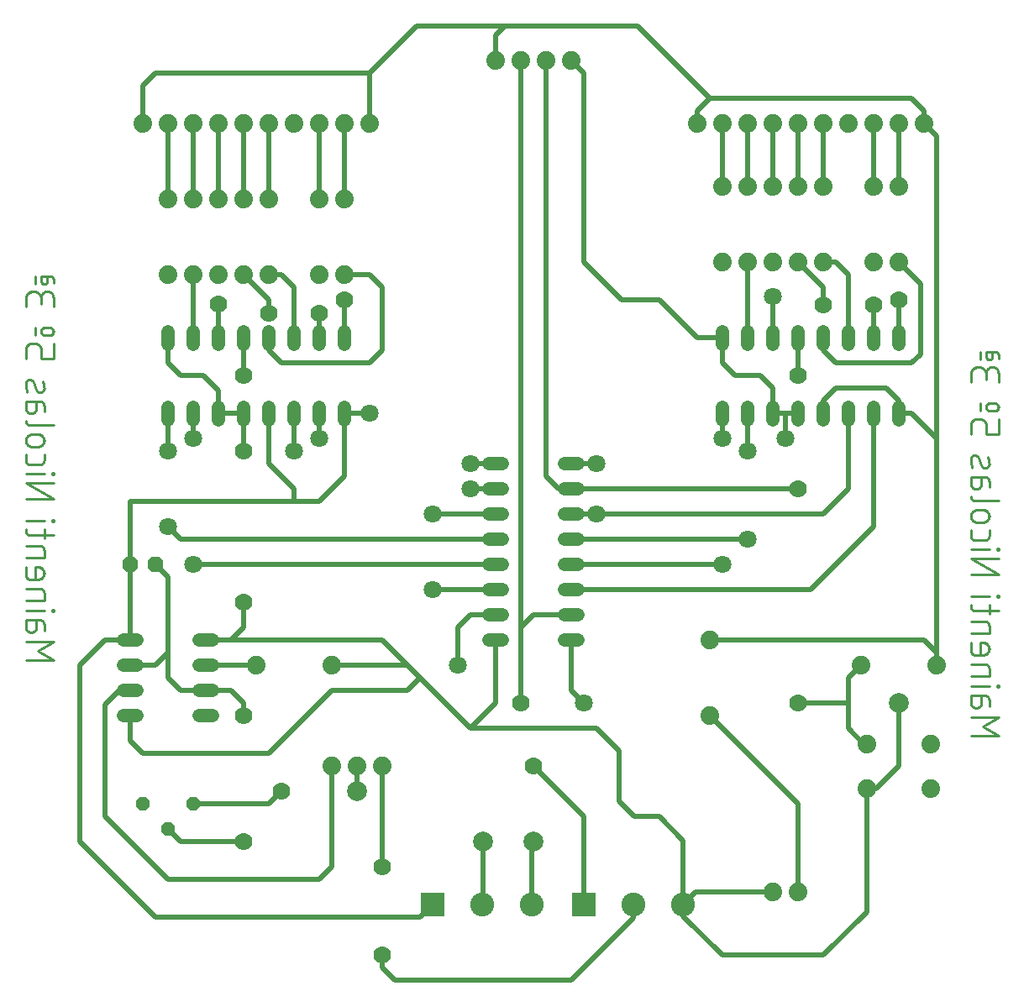
<source format=gbr>
G04 EAGLE Gerber RS-274X export*
G75*
%MOMM*%
%FSLAX34Y34*%
%LPD*%
%INBottom Copper*%
%IPPOS*%
%AMOC8*
5,1,8,0,0,1.08239X$1,22.5*%
G01*
%ADD10C,0.254000*%
%ADD11C,1.320800*%
%ADD12P,1.732040X8X22.500000*%
%ADD13C,1.879600*%
%ADD14P,1.429621X8X202.500000*%
%ADD15R,2.413000X2.413000*%
%ADD16C,2.413000*%
%ADD17C,0.508000*%
%ADD18C,1.800000*%
%ADD19C,1.778000*%
%ADD20C,2.000000*%


D10*
X34290Y348625D02*
X62230Y348625D01*
X46708Y357939D01*
X62230Y367252D01*
X34290Y367252D01*
X45156Y381830D02*
X45156Y388815D01*
X45156Y381830D02*
X45154Y381684D01*
X45148Y381538D01*
X45138Y381393D01*
X45125Y381248D01*
X45107Y381103D01*
X45086Y380958D01*
X45060Y380815D01*
X45031Y380672D01*
X44998Y380530D01*
X44961Y380389D01*
X44921Y380249D01*
X44876Y380110D01*
X44828Y379972D01*
X44777Y379835D01*
X44721Y379700D01*
X44662Y379567D01*
X44600Y379435D01*
X44534Y379305D01*
X44464Y379177D01*
X44391Y379051D01*
X44315Y378926D01*
X44235Y378804D01*
X44152Y378684D01*
X44066Y378566D01*
X43977Y378451D01*
X43885Y378338D01*
X43790Y378227D01*
X43691Y378119D01*
X43590Y378014D01*
X43487Y377912D01*
X43380Y377812D01*
X43271Y377715D01*
X43159Y377622D01*
X43045Y377531D01*
X42928Y377443D01*
X42809Y377359D01*
X42688Y377277D01*
X42565Y377200D01*
X42440Y377125D01*
X42312Y377054D01*
X42183Y376986D01*
X42052Y376922D01*
X41919Y376861D01*
X41785Y376804D01*
X41650Y376750D01*
X41512Y376700D01*
X41374Y376654D01*
X41235Y376612D01*
X41094Y376573D01*
X40952Y376538D01*
X40810Y376507D01*
X40666Y376480D01*
X40522Y376456D01*
X40378Y376437D01*
X40233Y376421D01*
X40087Y376409D01*
X39942Y376401D01*
X39796Y376397D01*
X39650Y376397D01*
X39504Y376401D01*
X39359Y376409D01*
X39213Y376421D01*
X39068Y376437D01*
X38924Y376456D01*
X38780Y376480D01*
X38636Y376507D01*
X38494Y376538D01*
X38352Y376573D01*
X38211Y376612D01*
X38072Y376654D01*
X37934Y376700D01*
X37796Y376750D01*
X37661Y376804D01*
X37527Y376861D01*
X37394Y376922D01*
X37263Y376986D01*
X37134Y377054D01*
X37007Y377125D01*
X36881Y377200D01*
X36758Y377277D01*
X36637Y377359D01*
X36518Y377443D01*
X36401Y377531D01*
X36287Y377622D01*
X36175Y377715D01*
X36066Y377812D01*
X35959Y377912D01*
X35856Y378014D01*
X35755Y378119D01*
X35656Y378227D01*
X35561Y378338D01*
X35469Y378451D01*
X35380Y378566D01*
X35294Y378684D01*
X35211Y378804D01*
X35131Y378926D01*
X35055Y379051D01*
X34982Y379177D01*
X34912Y379305D01*
X34846Y379435D01*
X34784Y379567D01*
X34725Y379700D01*
X34669Y379835D01*
X34618Y379972D01*
X34570Y380110D01*
X34525Y380249D01*
X34485Y380389D01*
X34448Y380530D01*
X34415Y380672D01*
X34386Y380815D01*
X34360Y380958D01*
X34339Y381103D01*
X34321Y381248D01*
X34308Y381393D01*
X34298Y381538D01*
X34292Y381684D01*
X34290Y381830D01*
X34290Y388815D01*
X48260Y388815D01*
X48395Y388813D01*
X48531Y388807D01*
X48666Y388797D01*
X48801Y388784D01*
X48935Y388766D01*
X49069Y388744D01*
X49202Y388719D01*
X49334Y388689D01*
X49465Y388656D01*
X49596Y388619D01*
X49725Y388579D01*
X49853Y388534D01*
X49979Y388486D01*
X50105Y388434D01*
X50228Y388379D01*
X50350Y388320D01*
X50470Y388257D01*
X50589Y388191D01*
X50705Y388122D01*
X50819Y388049D01*
X50931Y387973D01*
X51041Y387893D01*
X51148Y387811D01*
X51253Y387725D01*
X51356Y387637D01*
X51456Y387545D01*
X51553Y387451D01*
X51647Y387354D01*
X51739Y387254D01*
X51827Y387151D01*
X51913Y387046D01*
X51995Y386939D01*
X52075Y386829D01*
X52151Y386717D01*
X52224Y386603D01*
X52293Y386487D01*
X52359Y386368D01*
X52422Y386248D01*
X52481Y386126D01*
X52536Y386003D01*
X52588Y385877D01*
X52636Y385751D01*
X52681Y385623D01*
X52721Y385494D01*
X52758Y385363D01*
X52791Y385232D01*
X52821Y385100D01*
X52846Y384967D01*
X52868Y384833D01*
X52886Y384699D01*
X52899Y384564D01*
X52909Y384429D01*
X52915Y384293D01*
X52917Y384158D01*
X52917Y377949D01*
X52917Y398557D02*
X34290Y398557D01*
X60678Y397781D02*
X62230Y397781D01*
X62230Y399333D01*
X60678Y399333D01*
X60678Y397781D01*
X52917Y408277D02*
X34290Y408277D01*
X52917Y408277D02*
X52917Y416038D01*
X52915Y416173D01*
X52909Y416309D01*
X52899Y416444D01*
X52886Y416579D01*
X52868Y416713D01*
X52846Y416847D01*
X52821Y416980D01*
X52791Y417112D01*
X52758Y417243D01*
X52721Y417374D01*
X52681Y417503D01*
X52636Y417631D01*
X52588Y417757D01*
X52536Y417883D01*
X52481Y418006D01*
X52422Y418128D01*
X52359Y418248D01*
X52293Y418367D01*
X52224Y418483D01*
X52151Y418597D01*
X52075Y418709D01*
X51995Y418819D01*
X51913Y418926D01*
X51827Y419031D01*
X51739Y419134D01*
X51647Y419234D01*
X51553Y419331D01*
X51456Y419425D01*
X51356Y419517D01*
X51253Y419605D01*
X51148Y419691D01*
X51041Y419773D01*
X50931Y419853D01*
X50819Y419929D01*
X50705Y420002D01*
X50589Y420071D01*
X50470Y420137D01*
X50350Y420200D01*
X50228Y420259D01*
X50105Y420314D01*
X49979Y420366D01*
X49853Y420414D01*
X49725Y420459D01*
X49596Y420499D01*
X49465Y420536D01*
X49334Y420569D01*
X49202Y420599D01*
X49069Y420624D01*
X48935Y420646D01*
X48801Y420664D01*
X48666Y420677D01*
X48531Y420687D01*
X48395Y420693D01*
X48260Y420695D01*
X34290Y420695D01*
X34290Y434438D02*
X34290Y442199D01*
X34290Y434438D02*
X34292Y434303D01*
X34298Y434167D01*
X34308Y434032D01*
X34321Y433897D01*
X34339Y433763D01*
X34361Y433629D01*
X34386Y433496D01*
X34416Y433364D01*
X34449Y433233D01*
X34486Y433102D01*
X34526Y432973D01*
X34571Y432845D01*
X34619Y432719D01*
X34671Y432593D01*
X34726Y432470D01*
X34785Y432348D01*
X34848Y432228D01*
X34914Y432110D01*
X34983Y431993D01*
X35056Y431879D01*
X35132Y431767D01*
X35212Y431657D01*
X35294Y431550D01*
X35380Y431445D01*
X35468Y431342D01*
X35560Y431242D01*
X35654Y431145D01*
X35751Y431051D01*
X35851Y430959D01*
X35954Y430871D01*
X36059Y430785D01*
X36166Y430703D01*
X36276Y430623D01*
X36388Y430547D01*
X36502Y430474D01*
X36619Y430405D01*
X36737Y430339D01*
X36857Y430276D01*
X36979Y430217D01*
X37102Y430162D01*
X37228Y430110D01*
X37354Y430062D01*
X37482Y430017D01*
X37611Y429977D01*
X37742Y429940D01*
X37873Y429907D01*
X38005Y429877D01*
X38138Y429852D01*
X38272Y429830D01*
X38406Y429812D01*
X38541Y429799D01*
X38676Y429789D01*
X38812Y429783D01*
X38947Y429781D01*
X46708Y429781D01*
X46864Y429783D01*
X47020Y429789D01*
X47176Y429799D01*
X47331Y429812D01*
X47486Y429830D01*
X47641Y429851D01*
X47795Y429877D01*
X47948Y429906D01*
X48100Y429939D01*
X48252Y429976D01*
X48403Y430017D01*
X48552Y430061D01*
X48701Y430109D01*
X48848Y430161D01*
X48994Y430217D01*
X49138Y430276D01*
X49281Y430339D01*
X49422Y430406D01*
X49562Y430476D01*
X49699Y430549D01*
X49835Y430626D01*
X49969Y430706D01*
X50101Y430790D01*
X50230Y430877D01*
X50358Y430967D01*
X50483Y431060D01*
X50605Y431157D01*
X50726Y431256D01*
X50843Y431358D01*
X50958Y431464D01*
X51071Y431572D01*
X51180Y431683D01*
X51287Y431797D01*
X51391Y431913D01*
X51492Y432032D01*
X51590Y432154D01*
X51685Y432278D01*
X51777Y432404D01*
X51865Y432532D01*
X51950Y432663D01*
X52032Y432796D01*
X52111Y432931D01*
X52186Y433067D01*
X52258Y433206D01*
X52326Y433346D01*
X52391Y433488D01*
X52452Y433632D01*
X52509Y433777D01*
X52563Y433924D01*
X52613Y434071D01*
X52659Y434220D01*
X52702Y434370D01*
X52741Y434522D01*
X52776Y434674D01*
X52807Y434827D01*
X52834Y434980D01*
X52858Y435134D01*
X52877Y435289D01*
X52893Y435445D01*
X52905Y435600D01*
X52913Y435756D01*
X52917Y435912D01*
X52917Y436068D01*
X52913Y436224D01*
X52905Y436380D01*
X52893Y436535D01*
X52877Y436691D01*
X52858Y436846D01*
X52834Y437000D01*
X52807Y437153D01*
X52776Y437306D01*
X52741Y437458D01*
X52702Y437610D01*
X52659Y437760D01*
X52613Y437909D01*
X52563Y438056D01*
X52509Y438203D01*
X52452Y438348D01*
X52391Y438492D01*
X52326Y438634D01*
X52258Y438774D01*
X52186Y438913D01*
X52111Y439049D01*
X52032Y439184D01*
X51950Y439317D01*
X51865Y439448D01*
X51777Y439576D01*
X51685Y439702D01*
X51590Y439826D01*
X51492Y439948D01*
X51391Y440067D01*
X51287Y440183D01*
X51180Y440297D01*
X51071Y440408D01*
X50958Y440516D01*
X50843Y440622D01*
X50726Y440724D01*
X50605Y440823D01*
X50483Y440920D01*
X50358Y441013D01*
X50230Y441103D01*
X50101Y441190D01*
X49969Y441274D01*
X49835Y441354D01*
X49699Y441431D01*
X49562Y441504D01*
X49422Y441574D01*
X49281Y441641D01*
X49138Y441704D01*
X48994Y441763D01*
X48848Y441819D01*
X48701Y441871D01*
X48552Y441919D01*
X48403Y441963D01*
X48252Y442004D01*
X48100Y442041D01*
X47948Y442074D01*
X47795Y442103D01*
X47641Y442129D01*
X47486Y442150D01*
X47331Y442168D01*
X47176Y442181D01*
X47020Y442191D01*
X46864Y442197D01*
X46708Y442199D01*
X43603Y442199D01*
X43603Y429781D01*
X34290Y451285D02*
X52917Y451285D01*
X52917Y459046D01*
X52915Y459181D01*
X52909Y459317D01*
X52899Y459452D01*
X52886Y459587D01*
X52868Y459721D01*
X52846Y459855D01*
X52821Y459988D01*
X52791Y460120D01*
X52758Y460251D01*
X52721Y460382D01*
X52681Y460511D01*
X52636Y460639D01*
X52588Y460765D01*
X52536Y460891D01*
X52481Y461014D01*
X52422Y461136D01*
X52359Y461256D01*
X52293Y461375D01*
X52224Y461491D01*
X52151Y461605D01*
X52075Y461717D01*
X51995Y461827D01*
X51913Y461934D01*
X51827Y462039D01*
X51739Y462142D01*
X51647Y462242D01*
X51553Y462339D01*
X51456Y462433D01*
X51356Y462525D01*
X51253Y462613D01*
X51148Y462699D01*
X51041Y462781D01*
X50931Y462861D01*
X50819Y462937D01*
X50705Y463010D01*
X50589Y463079D01*
X50470Y463145D01*
X50350Y463208D01*
X50228Y463267D01*
X50105Y463322D01*
X49979Y463374D01*
X49853Y463422D01*
X49725Y463467D01*
X49596Y463507D01*
X49465Y463544D01*
X49334Y463577D01*
X49202Y463607D01*
X49069Y463632D01*
X48935Y463654D01*
X48801Y463672D01*
X48666Y463685D01*
X48531Y463695D01*
X48395Y463701D01*
X48260Y463703D01*
X34290Y463703D01*
X52917Y471117D02*
X52917Y480430D01*
X62230Y474221D02*
X38947Y474221D01*
X38812Y474223D01*
X38676Y474229D01*
X38541Y474239D01*
X38406Y474252D01*
X38272Y474270D01*
X38138Y474292D01*
X38005Y474317D01*
X37873Y474347D01*
X37742Y474380D01*
X37611Y474417D01*
X37482Y474457D01*
X37354Y474502D01*
X37228Y474550D01*
X37102Y474602D01*
X36979Y474657D01*
X36857Y474716D01*
X36737Y474779D01*
X36619Y474845D01*
X36502Y474914D01*
X36388Y474987D01*
X36276Y475063D01*
X36166Y475143D01*
X36059Y475225D01*
X35954Y475311D01*
X35851Y475399D01*
X35751Y475491D01*
X35654Y475585D01*
X35560Y475682D01*
X35468Y475782D01*
X35380Y475885D01*
X35294Y475990D01*
X35212Y476097D01*
X35132Y476207D01*
X35056Y476319D01*
X34983Y476433D01*
X34914Y476550D01*
X34848Y476668D01*
X34785Y476788D01*
X34726Y476910D01*
X34671Y477033D01*
X34619Y477159D01*
X34571Y477285D01*
X34526Y477413D01*
X34486Y477542D01*
X34449Y477673D01*
X34416Y477804D01*
X34386Y477936D01*
X34361Y478069D01*
X34339Y478203D01*
X34321Y478337D01*
X34308Y478472D01*
X34298Y478607D01*
X34292Y478743D01*
X34290Y478878D01*
X34290Y480430D01*
X34290Y488555D02*
X52917Y488555D01*
X60678Y487779D02*
X62230Y487779D01*
X62230Y489331D01*
X60678Y489331D01*
X60678Y487779D01*
X62230Y511058D02*
X34290Y511058D01*
X34290Y526581D02*
X62230Y511058D01*
X62230Y526581D02*
X34290Y526581D01*
X34290Y536341D02*
X52917Y536341D01*
X60678Y535565D02*
X62230Y535565D01*
X62230Y537117D01*
X60678Y537117D01*
X60678Y535565D01*
X34290Y549929D02*
X34290Y556137D01*
X34290Y549929D02*
X34292Y549794D01*
X34298Y549658D01*
X34308Y549523D01*
X34321Y549388D01*
X34339Y549254D01*
X34361Y549120D01*
X34386Y548987D01*
X34416Y548855D01*
X34449Y548724D01*
X34486Y548593D01*
X34526Y548464D01*
X34571Y548336D01*
X34619Y548210D01*
X34671Y548084D01*
X34726Y547961D01*
X34785Y547839D01*
X34848Y547719D01*
X34914Y547601D01*
X34983Y547484D01*
X35056Y547370D01*
X35132Y547258D01*
X35212Y547148D01*
X35294Y547041D01*
X35380Y546936D01*
X35468Y546833D01*
X35560Y546733D01*
X35654Y546636D01*
X35751Y546542D01*
X35851Y546450D01*
X35954Y546362D01*
X36059Y546276D01*
X36166Y546194D01*
X36276Y546114D01*
X36388Y546038D01*
X36502Y545965D01*
X36619Y545896D01*
X36737Y545830D01*
X36857Y545767D01*
X36979Y545708D01*
X37102Y545653D01*
X37228Y545601D01*
X37354Y545553D01*
X37482Y545508D01*
X37611Y545468D01*
X37742Y545431D01*
X37873Y545398D01*
X38005Y545368D01*
X38138Y545343D01*
X38272Y545321D01*
X38406Y545303D01*
X38541Y545290D01*
X38676Y545280D01*
X38812Y545274D01*
X38947Y545272D01*
X48260Y545272D01*
X48395Y545274D01*
X48531Y545280D01*
X48666Y545290D01*
X48801Y545303D01*
X48935Y545321D01*
X49069Y545343D01*
X49202Y545368D01*
X49334Y545398D01*
X49465Y545431D01*
X49596Y545468D01*
X49725Y545508D01*
X49853Y545553D01*
X49979Y545601D01*
X50105Y545653D01*
X50228Y545708D01*
X50350Y545767D01*
X50470Y545830D01*
X50589Y545896D01*
X50705Y545965D01*
X50819Y546038D01*
X50931Y546114D01*
X51041Y546194D01*
X51148Y546276D01*
X51253Y546362D01*
X51356Y546450D01*
X51456Y546542D01*
X51553Y546636D01*
X51647Y546733D01*
X51739Y546833D01*
X51827Y546936D01*
X51913Y547041D01*
X51995Y547148D01*
X52075Y547258D01*
X52151Y547370D01*
X52224Y547484D01*
X52293Y547601D01*
X52359Y547719D01*
X52422Y547839D01*
X52481Y547961D01*
X52536Y548084D01*
X52588Y548210D01*
X52636Y548336D01*
X52681Y548464D01*
X52721Y548593D01*
X52758Y548724D01*
X52791Y548855D01*
X52821Y548987D01*
X52846Y549120D01*
X52868Y549254D01*
X52886Y549388D01*
X52899Y549523D01*
X52909Y549658D01*
X52915Y549794D01*
X52917Y549929D01*
X52917Y556137D01*
X46708Y563583D02*
X40499Y563583D01*
X46708Y563583D02*
X46864Y563585D01*
X47020Y563591D01*
X47176Y563601D01*
X47331Y563614D01*
X47486Y563632D01*
X47641Y563653D01*
X47795Y563679D01*
X47948Y563708D01*
X48100Y563741D01*
X48252Y563778D01*
X48403Y563819D01*
X48552Y563863D01*
X48701Y563911D01*
X48848Y563963D01*
X48994Y564019D01*
X49138Y564078D01*
X49281Y564141D01*
X49422Y564208D01*
X49562Y564278D01*
X49699Y564351D01*
X49835Y564428D01*
X49969Y564508D01*
X50101Y564592D01*
X50230Y564679D01*
X50358Y564769D01*
X50483Y564862D01*
X50605Y564959D01*
X50726Y565058D01*
X50843Y565160D01*
X50958Y565266D01*
X51071Y565374D01*
X51180Y565485D01*
X51287Y565599D01*
X51391Y565715D01*
X51492Y565834D01*
X51590Y565956D01*
X51685Y566080D01*
X51777Y566206D01*
X51865Y566334D01*
X51950Y566465D01*
X52032Y566598D01*
X52111Y566733D01*
X52186Y566869D01*
X52258Y567008D01*
X52326Y567148D01*
X52391Y567290D01*
X52452Y567434D01*
X52509Y567579D01*
X52563Y567726D01*
X52613Y567873D01*
X52659Y568022D01*
X52702Y568172D01*
X52741Y568324D01*
X52776Y568476D01*
X52807Y568629D01*
X52834Y568782D01*
X52858Y568936D01*
X52877Y569091D01*
X52893Y569247D01*
X52905Y569402D01*
X52913Y569558D01*
X52917Y569714D01*
X52917Y569870D01*
X52913Y570026D01*
X52905Y570182D01*
X52893Y570337D01*
X52877Y570493D01*
X52858Y570648D01*
X52834Y570802D01*
X52807Y570955D01*
X52776Y571108D01*
X52741Y571260D01*
X52702Y571412D01*
X52659Y571562D01*
X52613Y571711D01*
X52563Y571858D01*
X52509Y572005D01*
X52452Y572150D01*
X52391Y572294D01*
X52326Y572436D01*
X52258Y572576D01*
X52186Y572715D01*
X52111Y572851D01*
X52032Y572986D01*
X51950Y573119D01*
X51865Y573250D01*
X51777Y573378D01*
X51685Y573504D01*
X51590Y573628D01*
X51492Y573750D01*
X51391Y573869D01*
X51287Y573985D01*
X51180Y574099D01*
X51071Y574210D01*
X50958Y574318D01*
X50843Y574424D01*
X50726Y574526D01*
X50605Y574625D01*
X50483Y574722D01*
X50358Y574815D01*
X50230Y574905D01*
X50101Y574992D01*
X49969Y575076D01*
X49835Y575156D01*
X49699Y575233D01*
X49562Y575306D01*
X49422Y575376D01*
X49281Y575443D01*
X49138Y575506D01*
X48994Y575565D01*
X48848Y575621D01*
X48701Y575673D01*
X48552Y575721D01*
X48403Y575765D01*
X48252Y575806D01*
X48100Y575843D01*
X47948Y575876D01*
X47795Y575905D01*
X47641Y575931D01*
X47486Y575952D01*
X47331Y575970D01*
X47176Y575983D01*
X47020Y575993D01*
X46864Y575999D01*
X46708Y576001D01*
X40499Y576001D01*
X40343Y575999D01*
X40187Y575993D01*
X40031Y575983D01*
X39876Y575970D01*
X39721Y575952D01*
X39566Y575931D01*
X39412Y575905D01*
X39259Y575876D01*
X39107Y575843D01*
X38955Y575806D01*
X38804Y575765D01*
X38655Y575721D01*
X38506Y575673D01*
X38359Y575621D01*
X38213Y575565D01*
X38069Y575506D01*
X37926Y575443D01*
X37785Y575376D01*
X37645Y575306D01*
X37508Y575233D01*
X37372Y575156D01*
X37238Y575076D01*
X37106Y574992D01*
X36977Y574905D01*
X36849Y574815D01*
X36724Y574722D01*
X36602Y574625D01*
X36481Y574526D01*
X36364Y574424D01*
X36249Y574318D01*
X36136Y574210D01*
X36027Y574099D01*
X35920Y573985D01*
X35816Y573869D01*
X35715Y573750D01*
X35617Y573628D01*
X35522Y573504D01*
X35430Y573378D01*
X35342Y573250D01*
X35257Y573119D01*
X35175Y572986D01*
X35096Y572851D01*
X35021Y572715D01*
X34949Y572576D01*
X34881Y572436D01*
X34816Y572294D01*
X34755Y572150D01*
X34698Y572005D01*
X34644Y571858D01*
X34594Y571711D01*
X34548Y571562D01*
X34505Y571412D01*
X34466Y571260D01*
X34431Y571108D01*
X34400Y570955D01*
X34373Y570802D01*
X34349Y570648D01*
X34330Y570493D01*
X34314Y570337D01*
X34302Y570182D01*
X34294Y570026D01*
X34290Y569870D01*
X34290Y569714D01*
X34294Y569558D01*
X34302Y569402D01*
X34314Y569247D01*
X34330Y569091D01*
X34349Y568936D01*
X34373Y568782D01*
X34400Y568629D01*
X34431Y568476D01*
X34466Y568324D01*
X34505Y568172D01*
X34548Y568022D01*
X34594Y567873D01*
X34644Y567726D01*
X34698Y567579D01*
X34755Y567434D01*
X34816Y567290D01*
X34881Y567148D01*
X34949Y567008D01*
X35021Y566869D01*
X35096Y566733D01*
X35175Y566598D01*
X35257Y566465D01*
X35342Y566334D01*
X35430Y566206D01*
X35522Y566080D01*
X35617Y565956D01*
X35715Y565834D01*
X35816Y565715D01*
X35920Y565599D01*
X36027Y565485D01*
X36136Y565374D01*
X36249Y565266D01*
X36364Y565160D01*
X36481Y565058D01*
X36602Y564959D01*
X36724Y564862D01*
X36849Y564769D01*
X36977Y564679D01*
X37106Y564592D01*
X37238Y564508D01*
X37372Y564428D01*
X37508Y564351D01*
X37645Y564278D01*
X37785Y564208D01*
X37926Y564141D01*
X38069Y564078D01*
X38213Y564019D01*
X38359Y563963D01*
X38506Y563911D01*
X38655Y563863D01*
X38804Y563819D01*
X38955Y563778D01*
X39107Y563741D01*
X39259Y563708D01*
X39412Y563679D01*
X39566Y563653D01*
X39721Y563632D01*
X39876Y563614D01*
X40031Y563601D01*
X40187Y563591D01*
X40343Y563585D01*
X40499Y563583D01*
X38947Y585005D02*
X62230Y585005D01*
X38947Y585005D02*
X38812Y585007D01*
X38676Y585013D01*
X38541Y585023D01*
X38406Y585036D01*
X38272Y585054D01*
X38138Y585076D01*
X38005Y585101D01*
X37873Y585131D01*
X37742Y585164D01*
X37611Y585201D01*
X37482Y585241D01*
X37354Y585286D01*
X37228Y585334D01*
X37102Y585386D01*
X36979Y585441D01*
X36857Y585500D01*
X36737Y585563D01*
X36619Y585629D01*
X36502Y585698D01*
X36388Y585771D01*
X36276Y585847D01*
X36166Y585927D01*
X36059Y586009D01*
X35954Y586095D01*
X35851Y586183D01*
X35751Y586275D01*
X35654Y586369D01*
X35560Y586466D01*
X35468Y586566D01*
X35380Y586669D01*
X35294Y586774D01*
X35212Y586881D01*
X35132Y586991D01*
X35056Y587103D01*
X34983Y587217D01*
X34914Y587334D01*
X34848Y587452D01*
X34785Y587572D01*
X34726Y587694D01*
X34671Y587817D01*
X34619Y587943D01*
X34571Y588069D01*
X34526Y588197D01*
X34486Y588326D01*
X34449Y588457D01*
X34416Y588588D01*
X34386Y588720D01*
X34361Y588853D01*
X34339Y588987D01*
X34321Y589121D01*
X34308Y589256D01*
X34298Y589391D01*
X34292Y589527D01*
X34290Y589662D01*
X45156Y602443D02*
X45156Y609428D01*
X45156Y602443D02*
X45154Y602297D01*
X45148Y602151D01*
X45138Y602006D01*
X45125Y601861D01*
X45107Y601716D01*
X45086Y601571D01*
X45060Y601428D01*
X45031Y601285D01*
X44998Y601143D01*
X44961Y601002D01*
X44921Y600862D01*
X44876Y600723D01*
X44828Y600585D01*
X44777Y600448D01*
X44721Y600313D01*
X44662Y600180D01*
X44600Y600048D01*
X44534Y599918D01*
X44464Y599790D01*
X44391Y599664D01*
X44315Y599539D01*
X44235Y599417D01*
X44152Y599297D01*
X44066Y599179D01*
X43977Y599064D01*
X43885Y598951D01*
X43790Y598840D01*
X43691Y598732D01*
X43590Y598627D01*
X43487Y598525D01*
X43380Y598425D01*
X43271Y598328D01*
X43159Y598235D01*
X43045Y598144D01*
X42928Y598056D01*
X42809Y597972D01*
X42688Y597890D01*
X42565Y597813D01*
X42440Y597738D01*
X42312Y597667D01*
X42183Y597599D01*
X42052Y597535D01*
X41919Y597474D01*
X41785Y597417D01*
X41650Y597363D01*
X41512Y597313D01*
X41374Y597267D01*
X41235Y597225D01*
X41094Y597186D01*
X40952Y597151D01*
X40810Y597120D01*
X40666Y597093D01*
X40522Y597069D01*
X40378Y597050D01*
X40233Y597034D01*
X40087Y597022D01*
X39942Y597014D01*
X39796Y597010D01*
X39650Y597010D01*
X39504Y597014D01*
X39359Y597022D01*
X39213Y597034D01*
X39068Y597050D01*
X38924Y597069D01*
X38780Y597093D01*
X38636Y597120D01*
X38494Y597151D01*
X38352Y597186D01*
X38211Y597225D01*
X38072Y597267D01*
X37934Y597313D01*
X37796Y597363D01*
X37661Y597417D01*
X37527Y597474D01*
X37394Y597535D01*
X37263Y597599D01*
X37134Y597667D01*
X37007Y597738D01*
X36881Y597813D01*
X36758Y597890D01*
X36637Y597972D01*
X36518Y598056D01*
X36401Y598144D01*
X36287Y598235D01*
X36175Y598328D01*
X36066Y598425D01*
X35959Y598525D01*
X35856Y598627D01*
X35755Y598732D01*
X35656Y598840D01*
X35561Y598951D01*
X35469Y599064D01*
X35380Y599179D01*
X35294Y599297D01*
X35211Y599417D01*
X35131Y599539D01*
X35055Y599664D01*
X34982Y599790D01*
X34912Y599918D01*
X34846Y600048D01*
X34784Y600180D01*
X34725Y600313D01*
X34669Y600448D01*
X34618Y600585D01*
X34570Y600723D01*
X34525Y600862D01*
X34485Y601002D01*
X34448Y601143D01*
X34415Y601285D01*
X34386Y601428D01*
X34360Y601571D01*
X34339Y601716D01*
X34321Y601861D01*
X34308Y602006D01*
X34298Y602151D01*
X34292Y602297D01*
X34290Y602443D01*
X34290Y609428D01*
X48260Y609428D01*
X48260Y609429D02*
X48395Y609427D01*
X48531Y609421D01*
X48666Y609411D01*
X48801Y609398D01*
X48935Y609380D01*
X49069Y609358D01*
X49202Y609333D01*
X49334Y609303D01*
X49465Y609270D01*
X49596Y609233D01*
X49725Y609193D01*
X49853Y609148D01*
X49979Y609100D01*
X50105Y609048D01*
X50228Y608993D01*
X50350Y608934D01*
X50470Y608871D01*
X50589Y608805D01*
X50705Y608736D01*
X50819Y608663D01*
X50931Y608587D01*
X51041Y608507D01*
X51148Y608425D01*
X51253Y608339D01*
X51356Y608251D01*
X51456Y608159D01*
X51553Y608065D01*
X51647Y607968D01*
X51739Y607868D01*
X51827Y607765D01*
X51913Y607660D01*
X51995Y607553D01*
X52075Y607443D01*
X52151Y607331D01*
X52224Y607217D01*
X52293Y607101D01*
X52359Y606982D01*
X52422Y606862D01*
X52481Y606740D01*
X52536Y606617D01*
X52588Y606491D01*
X52636Y606365D01*
X52681Y606237D01*
X52721Y606108D01*
X52758Y605977D01*
X52791Y605846D01*
X52821Y605714D01*
X52846Y605581D01*
X52868Y605447D01*
X52886Y605313D01*
X52899Y605178D01*
X52909Y605043D01*
X52915Y604907D01*
X52917Y604772D01*
X52917Y598563D01*
X45156Y620866D02*
X42051Y628627D01*
X45155Y620865D02*
X45203Y620749D01*
X45255Y620635D01*
X45311Y620523D01*
X45370Y620412D01*
X45432Y620303D01*
X45498Y620196D01*
X45567Y620091D01*
X45640Y619989D01*
X45715Y619889D01*
X45794Y619791D01*
X45875Y619695D01*
X45960Y619603D01*
X46047Y619512D01*
X46137Y619425D01*
X46230Y619341D01*
X46326Y619259D01*
X46424Y619181D01*
X46524Y619105D01*
X46627Y619033D01*
X46731Y618964D01*
X46838Y618898D01*
X46947Y618836D01*
X47058Y618777D01*
X47171Y618722D01*
X47285Y618670D01*
X47401Y618621D01*
X47518Y618577D01*
X47637Y618536D01*
X47757Y618498D01*
X47878Y618465D01*
X48000Y618435D01*
X48122Y618409D01*
X48246Y618387D01*
X48370Y618369D01*
X48495Y618355D01*
X48620Y618344D01*
X48745Y618338D01*
X48871Y618335D01*
X48996Y618336D01*
X49122Y618342D01*
X49247Y618351D01*
X49372Y618364D01*
X49496Y618381D01*
X49620Y618401D01*
X49743Y618426D01*
X49865Y618454D01*
X49986Y618487D01*
X50107Y618523D01*
X50226Y618562D01*
X50343Y618606D01*
X50460Y618653D01*
X50575Y618704D01*
X50688Y618758D01*
X50799Y618816D01*
X50909Y618877D01*
X51016Y618941D01*
X51122Y619009D01*
X51225Y619080D01*
X51326Y619155D01*
X51425Y619232D01*
X51522Y619313D01*
X51615Y619396D01*
X51706Y619482D01*
X51795Y619572D01*
X51880Y619663D01*
X51963Y619758D01*
X52042Y619855D01*
X52119Y619954D01*
X52192Y620056D01*
X52263Y620160D01*
X52330Y620266D01*
X52393Y620375D01*
X52453Y620485D01*
X52510Y620597D01*
X52563Y620710D01*
X52613Y620826D01*
X52659Y620942D01*
X52701Y621061D01*
X52740Y621180D01*
X52775Y621300D01*
X52806Y621422D01*
X52834Y621545D01*
X52857Y621668D01*
X52877Y621792D01*
X52892Y621916D01*
X52904Y622041D01*
X52912Y622167D01*
X52916Y622292D01*
X52917Y622418D01*
X52906Y622842D01*
X52885Y623265D01*
X52853Y623688D01*
X52812Y624109D01*
X52760Y624530D01*
X52698Y624949D01*
X52626Y625367D01*
X52544Y625783D01*
X52452Y626197D01*
X52350Y626608D01*
X52238Y627017D01*
X52117Y627423D01*
X51986Y627826D01*
X51845Y628226D01*
X51694Y628622D01*
X51534Y629015D01*
X51365Y629403D01*
X42051Y628627D02*
X42003Y628743D01*
X41951Y628857D01*
X41895Y628969D01*
X41836Y629080D01*
X41774Y629189D01*
X41708Y629296D01*
X41639Y629401D01*
X41566Y629503D01*
X41491Y629603D01*
X41412Y629701D01*
X41331Y629797D01*
X41246Y629889D01*
X41159Y629980D01*
X41069Y630067D01*
X40976Y630151D01*
X40880Y630233D01*
X40782Y630311D01*
X40682Y630387D01*
X40579Y630459D01*
X40475Y630528D01*
X40368Y630594D01*
X40259Y630656D01*
X40148Y630715D01*
X40035Y630770D01*
X39921Y630822D01*
X39805Y630871D01*
X39688Y630915D01*
X39569Y630956D01*
X39449Y630994D01*
X39328Y631027D01*
X39206Y631057D01*
X39084Y631083D01*
X38960Y631105D01*
X38836Y631123D01*
X38711Y631137D01*
X38586Y631148D01*
X38461Y631154D01*
X38335Y631157D01*
X38210Y631156D01*
X38084Y631150D01*
X37959Y631141D01*
X37834Y631128D01*
X37710Y631111D01*
X37586Y631091D01*
X37463Y631066D01*
X37341Y631038D01*
X37220Y631005D01*
X37099Y630969D01*
X36980Y630930D01*
X36863Y630886D01*
X36746Y630839D01*
X36631Y630788D01*
X36518Y630734D01*
X36407Y630676D01*
X36297Y630615D01*
X36190Y630551D01*
X36084Y630483D01*
X35981Y630412D01*
X35880Y630337D01*
X35781Y630260D01*
X35684Y630179D01*
X35591Y630096D01*
X35500Y630010D01*
X35411Y629920D01*
X35326Y629829D01*
X35243Y629734D01*
X35164Y629637D01*
X35087Y629538D01*
X35014Y629436D01*
X34943Y629332D01*
X34876Y629226D01*
X34813Y629117D01*
X34753Y629007D01*
X34696Y628895D01*
X34643Y628782D01*
X34593Y628666D01*
X34547Y628550D01*
X34505Y628431D01*
X34466Y628312D01*
X34431Y628192D01*
X34400Y628070D01*
X34372Y627947D01*
X34349Y627824D01*
X34329Y627700D01*
X34314Y627576D01*
X34302Y627451D01*
X34294Y627325D01*
X34290Y627200D01*
X34289Y627075D01*
X34290Y627074D02*
X34306Y626452D01*
X34337Y625830D01*
X34383Y625209D01*
X34443Y624589D01*
X34518Y623971D01*
X34607Y623355D01*
X34712Y622741D01*
X34830Y622130D01*
X34963Y621522D01*
X35111Y620917D01*
X35272Y620315D01*
X35448Y619718D01*
X35638Y619125D01*
X35842Y618537D01*
X34290Y652028D02*
X34290Y661342D01*
X34292Y661499D01*
X34298Y661656D01*
X34308Y661813D01*
X34322Y661970D01*
X34340Y662126D01*
X34362Y662282D01*
X34387Y662437D01*
X34417Y662592D01*
X34451Y662746D01*
X34488Y662898D01*
X34530Y663050D01*
X34575Y663201D01*
X34624Y663350D01*
X34676Y663498D01*
X34733Y663645D01*
X34793Y663791D01*
X34857Y663934D01*
X34925Y664076D01*
X34996Y664217D01*
X35070Y664355D01*
X35148Y664492D01*
X35230Y664626D01*
X35315Y664759D01*
X35403Y664889D01*
X35494Y665017D01*
X35589Y665143D01*
X35687Y665266D01*
X35788Y665386D01*
X35892Y665504D01*
X35999Y665620D01*
X36109Y665732D01*
X36221Y665842D01*
X36337Y665949D01*
X36455Y666053D01*
X36575Y666154D01*
X36698Y666252D01*
X36824Y666347D01*
X36952Y666438D01*
X37082Y666526D01*
X37215Y666611D01*
X37349Y666693D01*
X37486Y666771D01*
X37624Y666845D01*
X37765Y666916D01*
X37907Y666984D01*
X38050Y667048D01*
X38196Y667108D01*
X38343Y667164D01*
X38491Y667217D01*
X38640Y667266D01*
X38791Y667311D01*
X38943Y667353D01*
X39095Y667390D01*
X39249Y667424D01*
X39404Y667454D01*
X39559Y667479D01*
X39715Y667501D01*
X39871Y667519D01*
X40028Y667533D01*
X40184Y667543D01*
X40342Y667549D01*
X40499Y667551D01*
X43603Y667551D01*
X43758Y667549D01*
X43912Y667543D01*
X44067Y667534D01*
X44221Y667520D01*
X44375Y667503D01*
X44528Y667482D01*
X44681Y667457D01*
X44833Y667428D01*
X44985Y667395D01*
X45135Y667359D01*
X45285Y667319D01*
X45433Y667275D01*
X45580Y667228D01*
X45727Y667177D01*
X45871Y667122D01*
X46015Y667063D01*
X46157Y667002D01*
X46297Y666936D01*
X46436Y666867D01*
X46572Y666795D01*
X46708Y666719D01*
X46841Y666640D01*
X46972Y666558D01*
X47101Y666472D01*
X47227Y666383D01*
X47352Y666291D01*
X47474Y666196D01*
X47594Y666098D01*
X47711Y665997D01*
X47826Y665894D01*
X47938Y665787D01*
X48048Y665677D01*
X48155Y665565D01*
X48258Y665450D01*
X48359Y665333D01*
X48457Y665213D01*
X48552Y665091D01*
X48644Y664966D01*
X48733Y664840D01*
X48819Y664711D01*
X48901Y664580D01*
X48980Y664447D01*
X49056Y664311D01*
X49128Y664175D01*
X49197Y664036D01*
X49263Y663896D01*
X49324Y663754D01*
X49383Y663610D01*
X49438Y663466D01*
X49489Y663319D01*
X49536Y663172D01*
X49580Y663024D01*
X49620Y662874D01*
X49656Y662724D01*
X49689Y662572D01*
X49718Y662420D01*
X49743Y662267D01*
X49764Y662114D01*
X49781Y661960D01*
X49795Y661806D01*
X49804Y661651D01*
X49810Y661497D01*
X49812Y661342D01*
X49812Y652028D01*
X62230Y652028D01*
X62230Y667551D01*
X58349Y675820D02*
X53693Y675820D01*
X58349Y675819D02*
X58472Y675821D01*
X58595Y675827D01*
X58718Y675837D01*
X58840Y675850D01*
X58962Y675868D01*
X59083Y675889D01*
X59204Y675914D01*
X59324Y675943D01*
X59442Y675976D01*
X59560Y676013D01*
X59676Y676053D01*
X59791Y676097D01*
X59905Y676145D01*
X60017Y676196D01*
X60127Y676250D01*
X60236Y676309D01*
X60343Y676370D01*
X60447Y676435D01*
X60550Y676503D01*
X60650Y676575D01*
X60748Y676649D01*
X60844Y676727D01*
X60937Y676808D01*
X61027Y676891D01*
X61115Y676978D01*
X61200Y677067D01*
X61282Y677158D01*
X61361Y677253D01*
X61437Y677350D01*
X61510Y677449D01*
X61580Y677550D01*
X61647Y677654D01*
X61710Y677760D01*
X61770Y677867D01*
X61826Y677977D01*
X61879Y678088D01*
X61929Y678201D01*
X61974Y678315D01*
X62017Y678431D01*
X62055Y678548D01*
X62090Y678666D01*
X62121Y678785D01*
X62148Y678905D01*
X62171Y679026D01*
X62190Y679148D01*
X62206Y679270D01*
X62218Y679392D01*
X62226Y679515D01*
X62230Y679638D01*
X62230Y679762D01*
X62226Y679885D01*
X62218Y680008D01*
X62206Y680130D01*
X62190Y680252D01*
X62171Y680374D01*
X62148Y680495D01*
X62121Y680615D01*
X62090Y680734D01*
X62055Y680852D01*
X62017Y680969D01*
X61974Y681085D01*
X61929Y681199D01*
X61879Y681312D01*
X61826Y681423D01*
X61770Y681533D01*
X61710Y681641D01*
X61647Y681746D01*
X61580Y681850D01*
X61510Y681951D01*
X61437Y682050D01*
X61361Y682147D01*
X61282Y682242D01*
X61200Y682333D01*
X61115Y682422D01*
X61027Y682509D01*
X60937Y682592D01*
X60844Y682673D01*
X60748Y682751D01*
X60650Y682825D01*
X60550Y682897D01*
X60447Y682965D01*
X60343Y683030D01*
X60236Y683091D01*
X60127Y683150D01*
X60017Y683204D01*
X59905Y683255D01*
X59791Y683303D01*
X59676Y683347D01*
X59560Y683387D01*
X59442Y683424D01*
X59324Y683457D01*
X59204Y683486D01*
X59083Y683511D01*
X58962Y683532D01*
X58840Y683550D01*
X58718Y683563D01*
X58595Y683573D01*
X58472Y683579D01*
X58349Y683581D01*
X53693Y683581D01*
X53570Y683579D01*
X53447Y683573D01*
X53324Y683563D01*
X53202Y683550D01*
X53080Y683532D01*
X52959Y683511D01*
X52838Y683486D01*
X52718Y683457D01*
X52600Y683424D01*
X52482Y683387D01*
X52366Y683347D01*
X52251Y683303D01*
X52137Y683255D01*
X52025Y683204D01*
X51915Y683150D01*
X51806Y683091D01*
X51699Y683030D01*
X51595Y682965D01*
X51492Y682897D01*
X51392Y682825D01*
X51294Y682751D01*
X51198Y682673D01*
X51105Y682592D01*
X51015Y682509D01*
X50927Y682422D01*
X50842Y682333D01*
X50760Y682242D01*
X50681Y682147D01*
X50605Y682050D01*
X50532Y681951D01*
X50462Y681850D01*
X50395Y681746D01*
X50332Y681641D01*
X50272Y681533D01*
X50216Y681423D01*
X50163Y681312D01*
X50113Y681199D01*
X50068Y681085D01*
X50025Y680969D01*
X49987Y680852D01*
X49952Y680734D01*
X49921Y680615D01*
X49894Y680495D01*
X49871Y680374D01*
X49852Y680252D01*
X49836Y680130D01*
X49824Y680008D01*
X49816Y679885D01*
X49812Y679762D01*
X49812Y679638D01*
X49816Y679515D01*
X49824Y679392D01*
X49836Y679270D01*
X49852Y679148D01*
X49871Y679026D01*
X49894Y678905D01*
X49921Y678785D01*
X49952Y678666D01*
X49987Y678548D01*
X50025Y678431D01*
X50068Y678315D01*
X50113Y678201D01*
X50163Y678088D01*
X50216Y677977D01*
X50272Y677867D01*
X50332Y677760D01*
X50395Y677654D01*
X50462Y677550D01*
X50532Y677449D01*
X50605Y677350D01*
X50681Y677253D01*
X50760Y677158D01*
X50842Y677067D01*
X50927Y676978D01*
X51015Y676891D01*
X51105Y676808D01*
X51198Y676727D01*
X51294Y676649D01*
X51392Y676575D01*
X51492Y676503D01*
X51595Y676435D01*
X51699Y676370D01*
X51806Y676309D01*
X51915Y676250D01*
X52025Y676196D01*
X52137Y676145D01*
X52251Y676097D01*
X52366Y676053D01*
X52482Y676013D01*
X52600Y675976D01*
X52718Y675943D01*
X52838Y675914D01*
X52959Y675889D01*
X53080Y675868D01*
X53202Y675850D01*
X53324Y675837D01*
X53447Y675827D01*
X53570Y675821D01*
X53693Y675819D01*
X43603Y675820D02*
X43603Y683581D01*
X34290Y704593D02*
X34290Y712355D01*
X34292Y712544D01*
X34299Y712733D01*
X34311Y712922D01*
X34327Y713110D01*
X34347Y713298D01*
X34373Y713485D01*
X34402Y713672D01*
X34437Y713858D01*
X34476Y714042D01*
X34519Y714226D01*
X34567Y714409D01*
X34619Y714591D01*
X34676Y714771D01*
X34737Y714950D01*
X34802Y715127D01*
X34872Y715303D01*
X34946Y715477D01*
X35024Y715649D01*
X35106Y715819D01*
X35193Y715987D01*
X35283Y716153D01*
X35378Y716317D01*
X35476Y716478D01*
X35578Y716637D01*
X35685Y716794D01*
X35795Y716947D01*
X35908Y717098D01*
X36026Y717246D01*
X36146Y717392D01*
X36271Y717534D01*
X36399Y717673D01*
X36530Y717809D01*
X36664Y717942D01*
X36802Y718072D01*
X36943Y718198D01*
X37086Y718320D01*
X37233Y718440D01*
X37383Y718555D01*
X37535Y718667D01*
X37690Y718775D01*
X37848Y718879D01*
X38008Y718980D01*
X38171Y719076D01*
X38335Y719169D01*
X38502Y719257D01*
X38671Y719342D01*
X38843Y719422D01*
X39016Y719498D01*
X39190Y719570D01*
X39367Y719637D01*
X39545Y719700D01*
X39725Y719759D01*
X39906Y719814D01*
X40088Y719864D01*
X40271Y719909D01*
X40456Y719950D01*
X40641Y719987D01*
X40828Y720019D01*
X41015Y720046D01*
X41202Y720069D01*
X41390Y720088D01*
X41579Y720102D01*
X41768Y720111D01*
X41956Y720115D01*
X42146Y720115D01*
X42334Y720111D01*
X42523Y720102D01*
X42712Y720088D01*
X42900Y720069D01*
X43087Y720046D01*
X43274Y720019D01*
X43461Y719987D01*
X43646Y719950D01*
X43831Y719909D01*
X44014Y719864D01*
X44196Y719814D01*
X44377Y719759D01*
X44557Y719700D01*
X44735Y719637D01*
X44912Y719570D01*
X45086Y719498D01*
X45259Y719422D01*
X45431Y719342D01*
X45600Y719257D01*
X45767Y719169D01*
X45932Y719076D01*
X46094Y718980D01*
X46254Y718879D01*
X46412Y718775D01*
X46567Y718667D01*
X46719Y718555D01*
X46869Y718440D01*
X47016Y718320D01*
X47159Y718198D01*
X47300Y718072D01*
X47438Y717942D01*
X47572Y717809D01*
X47703Y717673D01*
X47831Y717534D01*
X47956Y717392D01*
X48076Y717246D01*
X48194Y717098D01*
X48307Y716947D01*
X48417Y716794D01*
X48524Y716637D01*
X48626Y716478D01*
X48724Y716317D01*
X48819Y716153D01*
X48909Y715987D01*
X48996Y715819D01*
X49078Y715649D01*
X49156Y715477D01*
X49230Y715303D01*
X49300Y715127D01*
X49365Y714950D01*
X49426Y714771D01*
X49483Y714591D01*
X49535Y714409D01*
X49583Y714226D01*
X49626Y714042D01*
X49665Y713858D01*
X49700Y713672D01*
X49729Y713485D01*
X49755Y713298D01*
X49775Y713110D01*
X49791Y712922D01*
X49803Y712733D01*
X49810Y712544D01*
X49812Y712355D01*
X62230Y713907D02*
X62230Y704593D01*
X62230Y713907D02*
X62228Y714063D01*
X62222Y714219D01*
X62212Y714375D01*
X62199Y714530D01*
X62181Y714685D01*
X62160Y714840D01*
X62134Y714994D01*
X62105Y715147D01*
X62072Y715299D01*
X62035Y715451D01*
X61994Y715602D01*
X61950Y715751D01*
X61902Y715900D01*
X61850Y716047D01*
X61794Y716193D01*
X61735Y716337D01*
X61672Y716480D01*
X61605Y716621D01*
X61535Y716761D01*
X61462Y716898D01*
X61385Y717034D01*
X61305Y717168D01*
X61221Y717300D01*
X61134Y717429D01*
X61044Y717557D01*
X60951Y717682D01*
X60854Y717804D01*
X60755Y717925D01*
X60653Y718042D01*
X60547Y718157D01*
X60439Y718270D01*
X60328Y718379D01*
X60214Y718486D01*
X60098Y718590D01*
X59979Y718691D01*
X59857Y718789D01*
X59733Y718884D01*
X59607Y718976D01*
X59479Y719064D01*
X59348Y719149D01*
X59215Y719231D01*
X59080Y719310D01*
X58944Y719385D01*
X58805Y719457D01*
X58665Y719525D01*
X58523Y719590D01*
X58379Y719651D01*
X58234Y719708D01*
X58087Y719762D01*
X57940Y719812D01*
X57791Y719858D01*
X57641Y719901D01*
X57489Y719940D01*
X57337Y719975D01*
X57184Y720006D01*
X57031Y720033D01*
X56877Y720057D01*
X56722Y720076D01*
X56566Y720092D01*
X56411Y720104D01*
X56255Y720112D01*
X56099Y720116D01*
X55943Y720116D01*
X55787Y720112D01*
X55631Y720104D01*
X55476Y720092D01*
X55320Y720076D01*
X55165Y720057D01*
X55011Y720033D01*
X54858Y720006D01*
X54705Y719975D01*
X54553Y719940D01*
X54401Y719901D01*
X54251Y719858D01*
X54102Y719812D01*
X53955Y719762D01*
X53808Y719708D01*
X53663Y719651D01*
X53519Y719590D01*
X53377Y719525D01*
X53237Y719457D01*
X53098Y719385D01*
X52962Y719310D01*
X52827Y719231D01*
X52694Y719149D01*
X52563Y719064D01*
X52435Y718976D01*
X52309Y718884D01*
X52185Y718789D01*
X52063Y718691D01*
X51944Y718590D01*
X51828Y718486D01*
X51714Y718379D01*
X51603Y718270D01*
X51495Y718157D01*
X51389Y718042D01*
X51287Y717925D01*
X51188Y717804D01*
X51091Y717682D01*
X50998Y717557D01*
X50908Y717429D01*
X50821Y717300D01*
X50737Y717168D01*
X50657Y717034D01*
X50580Y716898D01*
X50507Y716761D01*
X50437Y716621D01*
X50370Y716480D01*
X50307Y716337D01*
X50248Y716193D01*
X50192Y716047D01*
X50140Y715900D01*
X50092Y715751D01*
X50048Y715602D01*
X50007Y715451D01*
X49970Y715299D01*
X49937Y715147D01*
X49908Y714994D01*
X49882Y714840D01*
X49861Y714685D01*
X49843Y714530D01*
X49830Y714375D01*
X49820Y714219D01*
X49814Y714063D01*
X49812Y713907D01*
X49812Y707698D01*
X56021Y730673D02*
X56021Y735330D01*
X56021Y730673D02*
X56019Y730562D01*
X56013Y730452D01*
X56003Y730341D01*
X55989Y730231D01*
X55972Y730122D01*
X55950Y730013D01*
X55925Y729905D01*
X55895Y729799D01*
X55862Y729693D01*
X55825Y729588D01*
X55785Y729485D01*
X55740Y729384D01*
X55693Y729284D01*
X55641Y729185D01*
X55586Y729089D01*
X55528Y728995D01*
X55467Y728903D01*
X55402Y728813D01*
X55334Y728725D01*
X55263Y728640D01*
X55189Y728558D01*
X55112Y728478D01*
X55032Y728401D01*
X54950Y728327D01*
X54865Y728256D01*
X54777Y728188D01*
X54687Y728123D01*
X54595Y728062D01*
X54501Y728004D01*
X54405Y727949D01*
X54306Y727897D01*
X54206Y727850D01*
X54105Y727805D01*
X54002Y727765D01*
X53897Y727728D01*
X53791Y727695D01*
X53685Y727665D01*
X53577Y727640D01*
X53468Y727618D01*
X53359Y727601D01*
X53249Y727587D01*
X53138Y727577D01*
X53028Y727571D01*
X52917Y727569D01*
X52806Y727571D01*
X52696Y727577D01*
X52585Y727587D01*
X52475Y727601D01*
X52366Y727618D01*
X52257Y727640D01*
X52149Y727665D01*
X52043Y727695D01*
X51937Y727728D01*
X51832Y727765D01*
X51729Y727805D01*
X51628Y727850D01*
X51528Y727897D01*
X51429Y727949D01*
X51333Y728004D01*
X51239Y728062D01*
X51147Y728123D01*
X51057Y728188D01*
X50969Y728256D01*
X50884Y728327D01*
X50802Y728401D01*
X50722Y728478D01*
X50645Y728558D01*
X50571Y728640D01*
X50500Y728725D01*
X50432Y728813D01*
X50367Y728903D01*
X50306Y728995D01*
X50248Y729089D01*
X50193Y729185D01*
X50141Y729284D01*
X50094Y729384D01*
X50049Y729485D01*
X50009Y729588D01*
X49972Y729693D01*
X49939Y729799D01*
X49909Y729905D01*
X49884Y730013D01*
X49862Y730122D01*
X49845Y730231D01*
X49831Y730341D01*
X49821Y730452D01*
X49815Y730562D01*
X49813Y730673D01*
X49812Y730673D02*
X49812Y735330D01*
X59126Y735330D01*
X59237Y735328D01*
X59347Y735322D01*
X59458Y735312D01*
X59568Y735298D01*
X59677Y735281D01*
X59786Y735259D01*
X59894Y735234D01*
X60000Y735204D01*
X60106Y735171D01*
X60211Y735134D01*
X60314Y735094D01*
X60415Y735050D01*
X60515Y735002D01*
X60614Y734950D01*
X60710Y734895D01*
X60804Y734837D01*
X60896Y734776D01*
X60986Y734711D01*
X61074Y734643D01*
X61159Y734572D01*
X61241Y734498D01*
X61321Y734421D01*
X61398Y734341D01*
X61472Y734259D01*
X61543Y734174D01*
X61611Y734086D01*
X61676Y733996D01*
X61737Y733904D01*
X61795Y733810D01*
X61850Y733714D01*
X61902Y733615D01*
X61949Y733515D01*
X61994Y733414D01*
X62034Y733311D01*
X62071Y733206D01*
X62104Y733101D01*
X62134Y732994D01*
X62159Y732886D01*
X62181Y732777D01*
X62198Y732668D01*
X62212Y732558D01*
X62222Y732447D01*
X62228Y732337D01*
X62230Y732226D01*
X62230Y728345D01*
X43603Y727569D02*
X43603Y735330D01*
X986790Y272425D02*
X1014730Y272425D01*
X999208Y281739D01*
X1014730Y291052D01*
X986790Y291052D01*
X997656Y305630D02*
X997656Y312615D01*
X997656Y305630D02*
X997654Y305484D01*
X997648Y305338D01*
X997638Y305193D01*
X997625Y305048D01*
X997607Y304903D01*
X997586Y304758D01*
X997560Y304615D01*
X997531Y304472D01*
X997498Y304330D01*
X997461Y304189D01*
X997421Y304049D01*
X997376Y303910D01*
X997328Y303772D01*
X997277Y303635D01*
X997221Y303500D01*
X997162Y303367D01*
X997100Y303235D01*
X997034Y303105D01*
X996964Y302977D01*
X996891Y302851D01*
X996815Y302726D01*
X996735Y302604D01*
X996652Y302484D01*
X996566Y302366D01*
X996477Y302251D01*
X996385Y302138D01*
X996290Y302027D01*
X996191Y301919D01*
X996090Y301814D01*
X995987Y301712D01*
X995880Y301612D01*
X995771Y301515D01*
X995659Y301422D01*
X995545Y301331D01*
X995428Y301243D01*
X995309Y301159D01*
X995188Y301077D01*
X995065Y301000D01*
X994940Y300925D01*
X994812Y300854D01*
X994683Y300786D01*
X994552Y300722D01*
X994419Y300661D01*
X994285Y300604D01*
X994150Y300550D01*
X994012Y300500D01*
X993874Y300454D01*
X993735Y300412D01*
X993594Y300373D01*
X993452Y300338D01*
X993310Y300307D01*
X993166Y300280D01*
X993022Y300256D01*
X992878Y300237D01*
X992733Y300221D01*
X992587Y300209D01*
X992442Y300201D01*
X992296Y300197D01*
X992150Y300197D01*
X992004Y300201D01*
X991859Y300209D01*
X991713Y300221D01*
X991568Y300237D01*
X991424Y300256D01*
X991280Y300280D01*
X991136Y300307D01*
X990994Y300338D01*
X990852Y300373D01*
X990711Y300412D01*
X990572Y300454D01*
X990434Y300500D01*
X990296Y300550D01*
X990161Y300604D01*
X990027Y300661D01*
X989894Y300722D01*
X989763Y300786D01*
X989634Y300854D01*
X989507Y300925D01*
X989381Y301000D01*
X989258Y301077D01*
X989137Y301159D01*
X989018Y301243D01*
X988901Y301331D01*
X988787Y301422D01*
X988675Y301515D01*
X988566Y301612D01*
X988459Y301712D01*
X988356Y301814D01*
X988255Y301919D01*
X988156Y302027D01*
X988061Y302138D01*
X987969Y302251D01*
X987880Y302366D01*
X987794Y302484D01*
X987711Y302604D01*
X987631Y302726D01*
X987555Y302851D01*
X987482Y302977D01*
X987412Y303105D01*
X987346Y303235D01*
X987284Y303367D01*
X987225Y303500D01*
X987169Y303635D01*
X987118Y303772D01*
X987070Y303910D01*
X987025Y304049D01*
X986985Y304189D01*
X986948Y304330D01*
X986915Y304472D01*
X986886Y304615D01*
X986860Y304758D01*
X986839Y304903D01*
X986821Y305048D01*
X986808Y305193D01*
X986798Y305338D01*
X986792Y305484D01*
X986790Y305630D01*
X986790Y312615D01*
X1000760Y312615D01*
X1000895Y312613D01*
X1001031Y312607D01*
X1001166Y312597D01*
X1001301Y312584D01*
X1001435Y312566D01*
X1001569Y312544D01*
X1001702Y312519D01*
X1001834Y312489D01*
X1001965Y312456D01*
X1002096Y312419D01*
X1002225Y312379D01*
X1002353Y312334D01*
X1002479Y312286D01*
X1002605Y312234D01*
X1002728Y312179D01*
X1002850Y312120D01*
X1002970Y312057D01*
X1003089Y311991D01*
X1003205Y311922D01*
X1003319Y311849D01*
X1003431Y311773D01*
X1003541Y311693D01*
X1003648Y311611D01*
X1003753Y311525D01*
X1003856Y311437D01*
X1003956Y311345D01*
X1004053Y311251D01*
X1004147Y311154D01*
X1004239Y311054D01*
X1004327Y310951D01*
X1004413Y310846D01*
X1004495Y310739D01*
X1004575Y310629D01*
X1004651Y310517D01*
X1004724Y310403D01*
X1004793Y310287D01*
X1004859Y310168D01*
X1004922Y310048D01*
X1004981Y309926D01*
X1005036Y309803D01*
X1005088Y309677D01*
X1005136Y309551D01*
X1005181Y309423D01*
X1005221Y309294D01*
X1005258Y309163D01*
X1005291Y309032D01*
X1005321Y308900D01*
X1005346Y308767D01*
X1005368Y308633D01*
X1005386Y308499D01*
X1005399Y308364D01*
X1005409Y308229D01*
X1005415Y308093D01*
X1005417Y307958D01*
X1005417Y301749D01*
X1005417Y322357D02*
X986790Y322357D01*
X1013178Y321581D02*
X1014730Y321581D01*
X1014730Y323133D01*
X1013178Y323133D01*
X1013178Y321581D01*
X1005417Y332077D02*
X986790Y332077D01*
X1005417Y332077D02*
X1005417Y339838D01*
X1005415Y339973D01*
X1005409Y340109D01*
X1005399Y340244D01*
X1005386Y340379D01*
X1005368Y340513D01*
X1005346Y340647D01*
X1005321Y340780D01*
X1005291Y340912D01*
X1005258Y341043D01*
X1005221Y341174D01*
X1005181Y341303D01*
X1005136Y341431D01*
X1005088Y341557D01*
X1005036Y341683D01*
X1004981Y341806D01*
X1004922Y341928D01*
X1004859Y342048D01*
X1004793Y342167D01*
X1004724Y342283D01*
X1004651Y342397D01*
X1004575Y342509D01*
X1004495Y342619D01*
X1004413Y342726D01*
X1004327Y342831D01*
X1004239Y342934D01*
X1004147Y343034D01*
X1004053Y343131D01*
X1003956Y343225D01*
X1003856Y343317D01*
X1003753Y343405D01*
X1003648Y343491D01*
X1003541Y343573D01*
X1003431Y343653D01*
X1003319Y343729D01*
X1003205Y343802D01*
X1003089Y343871D01*
X1002970Y343937D01*
X1002850Y344000D01*
X1002728Y344059D01*
X1002605Y344114D01*
X1002479Y344166D01*
X1002353Y344214D01*
X1002225Y344259D01*
X1002096Y344299D01*
X1001965Y344336D01*
X1001834Y344369D01*
X1001702Y344399D01*
X1001569Y344424D01*
X1001435Y344446D01*
X1001301Y344464D01*
X1001166Y344477D01*
X1001031Y344487D01*
X1000895Y344493D01*
X1000760Y344495D01*
X986790Y344495D01*
X986790Y358238D02*
X986790Y365999D01*
X986790Y358238D02*
X986792Y358103D01*
X986798Y357967D01*
X986808Y357832D01*
X986821Y357697D01*
X986839Y357563D01*
X986861Y357429D01*
X986886Y357296D01*
X986916Y357164D01*
X986949Y357033D01*
X986986Y356902D01*
X987026Y356773D01*
X987071Y356645D01*
X987119Y356519D01*
X987171Y356393D01*
X987226Y356270D01*
X987285Y356148D01*
X987348Y356028D01*
X987414Y355910D01*
X987483Y355793D01*
X987556Y355679D01*
X987632Y355567D01*
X987712Y355457D01*
X987794Y355350D01*
X987880Y355245D01*
X987968Y355142D01*
X988060Y355042D01*
X988154Y354945D01*
X988251Y354851D01*
X988351Y354759D01*
X988454Y354671D01*
X988559Y354585D01*
X988666Y354503D01*
X988776Y354423D01*
X988888Y354347D01*
X989002Y354274D01*
X989119Y354205D01*
X989237Y354139D01*
X989357Y354076D01*
X989479Y354017D01*
X989602Y353962D01*
X989728Y353910D01*
X989854Y353862D01*
X989982Y353817D01*
X990111Y353777D01*
X990242Y353740D01*
X990373Y353707D01*
X990505Y353677D01*
X990638Y353652D01*
X990772Y353630D01*
X990906Y353612D01*
X991041Y353599D01*
X991176Y353589D01*
X991312Y353583D01*
X991447Y353581D01*
X999208Y353581D01*
X999364Y353583D01*
X999520Y353589D01*
X999676Y353599D01*
X999831Y353612D01*
X999986Y353630D01*
X1000141Y353651D01*
X1000295Y353677D01*
X1000448Y353706D01*
X1000600Y353739D01*
X1000752Y353776D01*
X1000903Y353817D01*
X1001052Y353861D01*
X1001201Y353909D01*
X1001348Y353961D01*
X1001494Y354017D01*
X1001638Y354076D01*
X1001781Y354139D01*
X1001922Y354206D01*
X1002062Y354276D01*
X1002199Y354349D01*
X1002335Y354426D01*
X1002469Y354506D01*
X1002601Y354590D01*
X1002730Y354677D01*
X1002858Y354767D01*
X1002983Y354860D01*
X1003105Y354957D01*
X1003226Y355056D01*
X1003343Y355158D01*
X1003458Y355264D01*
X1003571Y355372D01*
X1003680Y355483D01*
X1003787Y355597D01*
X1003891Y355713D01*
X1003992Y355832D01*
X1004090Y355954D01*
X1004185Y356078D01*
X1004277Y356204D01*
X1004365Y356332D01*
X1004450Y356463D01*
X1004532Y356596D01*
X1004611Y356731D01*
X1004686Y356867D01*
X1004758Y357006D01*
X1004826Y357146D01*
X1004891Y357288D01*
X1004952Y357432D01*
X1005009Y357577D01*
X1005063Y357724D01*
X1005113Y357871D01*
X1005159Y358020D01*
X1005202Y358170D01*
X1005241Y358322D01*
X1005276Y358474D01*
X1005307Y358627D01*
X1005334Y358780D01*
X1005358Y358934D01*
X1005377Y359089D01*
X1005393Y359245D01*
X1005405Y359400D01*
X1005413Y359556D01*
X1005417Y359712D01*
X1005417Y359868D01*
X1005413Y360024D01*
X1005405Y360180D01*
X1005393Y360335D01*
X1005377Y360491D01*
X1005358Y360646D01*
X1005334Y360800D01*
X1005307Y360953D01*
X1005276Y361106D01*
X1005241Y361258D01*
X1005202Y361410D01*
X1005159Y361560D01*
X1005113Y361709D01*
X1005063Y361856D01*
X1005009Y362003D01*
X1004952Y362148D01*
X1004891Y362292D01*
X1004826Y362434D01*
X1004758Y362574D01*
X1004686Y362713D01*
X1004611Y362849D01*
X1004532Y362984D01*
X1004450Y363117D01*
X1004365Y363248D01*
X1004277Y363376D01*
X1004185Y363502D01*
X1004090Y363626D01*
X1003992Y363748D01*
X1003891Y363867D01*
X1003787Y363983D01*
X1003680Y364097D01*
X1003571Y364208D01*
X1003458Y364316D01*
X1003343Y364422D01*
X1003226Y364524D01*
X1003105Y364623D01*
X1002983Y364720D01*
X1002858Y364813D01*
X1002730Y364903D01*
X1002601Y364990D01*
X1002469Y365074D01*
X1002335Y365154D01*
X1002199Y365231D01*
X1002062Y365304D01*
X1001922Y365374D01*
X1001781Y365441D01*
X1001638Y365504D01*
X1001494Y365563D01*
X1001348Y365619D01*
X1001201Y365671D01*
X1001052Y365719D01*
X1000903Y365763D01*
X1000752Y365804D01*
X1000600Y365841D01*
X1000448Y365874D01*
X1000295Y365903D01*
X1000141Y365929D01*
X999986Y365950D01*
X999831Y365968D01*
X999676Y365981D01*
X999520Y365991D01*
X999364Y365997D01*
X999208Y365999D01*
X996103Y365999D01*
X996103Y353581D01*
X986790Y375085D02*
X1005417Y375085D01*
X1005417Y382846D01*
X1005415Y382981D01*
X1005409Y383117D01*
X1005399Y383252D01*
X1005386Y383387D01*
X1005368Y383521D01*
X1005346Y383655D01*
X1005321Y383788D01*
X1005291Y383920D01*
X1005258Y384051D01*
X1005221Y384182D01*
X1005181Y384311D01*
X1005136Y384439D01*
X1005088Y384565D01*
X1005036Y384691D01*
X1004981Y384814D01*
X1004922Y384936D01*
X1004859Y385056D01*
X1004793Y385175D01*
X1004724Y385291D01*
X1004651Y385405D01*
X1004575Y385517D01*
X1004495Y385627D01*
X1004413Y385734D01*
X1004327Y385839D01*
X1004239Y385942D01*
X1004147Y386042D01*
X1004053Y386139D01*
X1003956Y386233D01*
X1003856Y386325D01*
X1003753Y386413D01*
X1003648Y386499D01*
X1003541Y386581D01*
X1003431Y386661D01*
X1003319Y386737D01*
X1003205Y386810D01*
X1003089Y386879D01*
X1002970Y386945D01*
X1002850Y387008D01*
X1002728Y387067D01*
X1002605Y387122D01*
X1002479Y387174D01*
X1002353Y387222D01*
X1002225Y387267D01*
X1002096Y387307D01*
X1001965Y387344D01*
X1001834Y387377D01*
X1001702Y387407D01*
X1001569Y387432D01*
X1001435Y387454D01*
X1001301Y387472D01*
X1001166Y387485D01*
X1001031Y387495D01*
X1000895Y387501D01*
X1000760Y387503D01*
X986790Y387503D01*
X1005417Y394917D02*
X1005417Y404230D01*
X1014730Y398021D02*
X991447Y398021D01*
X991312Y398023D01*
X991176Y398029D01*
X991041Y398039D01*
X990906Y398052D01*
X990772Y398070D01*
X990638Y398092D01*
X990505Y398117D01*
X990373Y398147D01*
X990242Y398180D01*
X990111Y398217D01*
X989982Y398257D01*
X989854Y398302D01*
X989728Y398350D01*
X989602Y398402D01*
X989479Y398457D01*
X989357Y398516D01*
X989237Y398579D01*
X989119Y398645D01*
X989002Y398714D01*
X988888Y398787D01*
X988776Y398863D01*
X988666Y398943D01*
X988559Y399025D01*
X988454Y399111D01*
X988351Y399199D01*
X988251Y399291D01*
X988154Y399385D01*
X988060Y399482D01*
X987968Y399582D01*
X987880Y399685D01*
X987794Y399790D01*
X987712Y399897D01*
X987632Y400007D01*
X987556Y400119D01*
X987483Y400233D01*
X987414Y400350D01*
X987348Y400468D01*
X987285Y400588D01*
X987226Y400710D01*
X987171Y400833D01*
X987119Y400959D01*
X987071Y401085D01*
X987026Y401213D01*
X986986Y401342D01*
X986949Y401473D01*
X986916Y401604D01*
X986886Y401736D01*
X986861Y401869D01*
X986839Y402003D01*
X986821Y402137D01*
X986808Y402272D01*
X986798Y402407D01*
X986792Y402543D01*
X986790Y402678D01*
X986790Y404230D01*
X986790Y412355D02*
X1005417Y412355D01*
X1013178Y411579D02*
X1014730Y411579D01*
X1014730Y413131D01*
X1013178Y413131D01*
X1013178Y411579D01*
X1014730Y434858D02*
X986790Y434858D01*
X986790Y450381D02*
X1014730Y434858D01*
X1014730Y450381D02*
X986790Y450381D01*
X986790Y460141D02*
X1005417Y460141D01*
X1013178Y459365D02*
X1014730Y459365D01*
X1014730Y460917D01*
X1013178Y460917D01*
X1013178Y459365D01*
X986790Y473729D02*
X986790Y479937D01*
X986790Y473729D02*
X986792Y473594D01*
X986798Y473458D01*
X986808Y473323D01*
X986821Y473188D01*
X986839Y473054D01*
X986861Y472920D01*
X986886Y472787D01*
X986916Y472655D01*
X986949Y472524D01*
X986986Y472393D01*
X987026Y472264D01*
X987071Y472136D01*
X987119Y472010D01*
X987171Y471884D01*
X987226Y471761D01*
X987285Y471639D01*
X987348Y471519D01*
X987414Y471401D01*
X987483Y471284D01*
X987556Y471170D01*
X987632Y471058D01*
X987712Y470948D01*
X987794Y470841D01*
X987880Y470736D01*
X987968Y470633D01*
X988060Y470533D01*
X988154Y470436D01*
X988251Y470342D01*
X988351Y470250D01*
X988454Y470162D01*
X988559Y470076D01*
X988666Y469994D01*
X988776Y469914D01*
X988888Y469838D01*
X989002Y469765D01*
X989119Y469696D01*
X989237Y469630D01*
X989357Y469567D01*
X989479Y469508D01*
X989602Y469453D01*
X989728Y469401D01*
X989854Y469353D01*
X989982Y469308D01*
X990111Y469268D01*
X990242Y469231D01*
X990373Y469198D01*
X990505Y469168D01*
X990638Y469143D01*
X990772Y469121D01*
X990906Y469103D01*
X991041Y469090D01*
X991176Y469080D01*
X991312Y469074D01*
X991447Y469072D01*
X1000760Y469072D01*
X1000895Y469074D01*
X1001031Y469080D01*
X1001166Y469090D01*
X1001301Y469103D01*
X1001435Y469121D01*
X1001569Y469143D01*
X1001702Y469168D01*
X1001834Y469198D01*
X1001965Y469231D01*
X1002096Y469268D01*
X1002225Y469308D01*
X1002353Y469353D01*
X1002479Y469401D01*
X1002605Y469453D01*
X1002728Y469508D01*
X1002850Y469567D01*
X1002970Y469630D01*
X1003089Y469696D01*
X1003205Y469765D01*
X1003319Y469838D01*
X1003431Y469914D01*
X1003541Y469994D01*
X1003648Y470076D01*
X1003753Y470162D01*
X1003856Y470250D01*
X1003956Y470342D01*
X1004053Y470436D01*
X1004147Y470533D01*
X1004239Y470633D01*
X1004327Y470736D01*
X1004413Y470841D01*
X1004495Y470948D01*
X1004575Y471058D01*
X1004651Y471170D01*
X1004724Y471284D01*
X1004793Y471401D01*
X1004859Y471519D01*
X1004922Y471639D01*
X1004981Y471761D01*
X1005036Y471884D01*
X1005088Y472010D01*
X1005136Y472136D01*
X1005181Y472264D01*
X1005221Y472393D01*
X1005258Y472524D01*
X1005291Y472655D01*
X1005321Y472787D01*
X1005346Y472920D01*
X1005368Y473054D01*
X1005386Y473188D01*
X1005399Y473323D01*
X1005409Y473458D01*
X1005415Y473594D01*
X1005417Y473729D01*
X1005417Y479937D01*
X999208Y487383D02*
X992999Y487383D01*
X999208Y487383D02*
X999364Y487385D01*
X999520Y487391D01*
X999676Y487401D01*
X999831Y487414D01*
X999986Y487432D01*
X1000141Y487453D01*
X1000295Y487479D01*
X1000448Y487508D01*
X1000600Y487541D01*
X1000752Y487578D01*
X1000903Y487619D01*
X1001052Y487663D01*
X1001201Y487711D01*
X1001348Y487763D01*
X1001494Y487819D01*
X1001638Y487878D01*
X1001781Y487941D01*
X1001922Y488008D01*
X1002062Y488078D01*
X1002199Y488151D01*
X1002335Y488228D01*
X1002469Y488308D01*
X1002601Y488392D01*
X1002730Y488479D01*
X1002858Y488569D01*
X1002983Y488662D01*
X1003105Y488759D01*
X1003226Y488858D01*
X1003343Y488960D01*
X1003458Y489066D01*
X1003571Y489174D01*
X1003680Y489285D01*
X1003787Y489399D01*
X1003891Y489515D01*
X1003992Y489634D01*
X1004090Y489756D01*
X1004185Y489880D01*
X1004277Y490006D01*
X1004365Y490134D01*
X1004450Y490265D01*
X1004532Y490398D01*
X1004611Y490533D01*
X1004686Y490669D01*
X1004758Y490808D01*
X1004826Y490948D01*
X1004891Y491090D01*
X1004952Y491234D01*
X1005009Y491379D01*
X1005063Y491526D01*
X1005113Y491673D01*
X1005159Y491822D01*
X1005202Y491972D01*
X1005241Y492124D01*
X1005276Y492276D01*
X1005307Y492429D01*
X1005334Y492582D01*
X1005358Y492736D01*
X1005377Y492891D01*
X1005393Y493047D01*
X1005405Y493202D01*
X1005413Y493358D01*
X1005417Y493514D01*
X1005417Y493670D01*
X1005413Y493826D01*
X1005405Y493982D01*
X1005393Y494137D01*
X1005377Y494293D01*
X1005358Y494448D01*
X1005334Y494602D01*
X1005307Y494755D01*
X1005276Y494908D01*
X1005241Y495060D01*
X1005202Y495212D01*
X1005159Y495362D01*
X1005113Y495511D01*
X1005063Y495658D01*
X1005009Y495805D01*
X1004952Y495950D01*
X1004891Y496094D01*
X1004826Y496236D01*
X1004758Y496376D01*
X1004686Y496515D01*
X1004611Y496651D01*
X1004532Y496786D01*
X1004450Y496919D01*
X1004365Y497050D01*
X1004277Y497178D01*
X1004185Y497304D01*
X1004090Y497428D01*
X1003992Y497550D01*
X1003891Y497669D01*
X1003787Y497785D01*
X1003680Y497899D01*
X1003571Y498010D01*
X1003458Y498118D01*
X1003343Y498224D01*
X1003226Y498326D01*
X1003105Y498425D01*
X1002983Y498522D01*
X1002858Y498615D01*
X1002730Y498705D01*
X1002601Y498792D01*
X1002469Y498876D01*
X1002335Y498956D01*
X1002199Y499033D01*
X1002062Y499106D01*
X1001922Y499176D01*
X1001781Y499243D01*
X1001638Y499306D01*
X1001494Y499365D01*
X1001348Y499421D01*
X1001201Y499473D01*
X1001052Y499521D01*
X1000903Y499565D01*
X1000752Y499606D01*
X1000600Y499643D01*
X1000448Y499676D01*
X1000295Y499705D01*
X1000141Y499731D01*
X999986Y499752D01*
X999831Y499770D01*
X999676Y499783D01*
X999520Y499793D01*
X999364Y499799D01*
X999208Y499801D01*
X992999Y499801D01*
X992843Y499799D01*
X992687Y499793D01*
X992531Y499783D01*
X992376Y499770D01*
X992221Y499752D01*
X992066Y499731D01*
X991912Y499705D01*
X991759Y499676D01*
X991607Y499643D01*
X991455Y499606D01*
X991304Y499565D01*
X991155Y499521D01*
X991006Y499473D01*
X990859Y499421D01*
X990713Y499365D01*
X990569Y499306D01*
X990426Y499243D01*
X990285Y499176D01*
X990145Y499106D01*
X990008Y499033D01*
X989872Y498956D01*
X989738Y498876D01*
X989606Y498792D01*
X989477Y498705D01*
X989349Y498615D01*
X989224Y498522D01*
X989102Y498425D01*
X988981Y498326D01*
X988864Y498224D01*
X988749Y498118D01*
X988636Y498010D01*
X988527Y497899D01*
X988420Y497785D01*
X988316Y497669D01*
X988215Y497550D01*
X988117Y497428D01*
X988022Y497304D01*
X987930Y497178D01*
X987842Y497050D01*
X987757Y496919D01*
X987675Y496786D01*
X987596Y496651D01*
X987521Y496515D01*
X987449Y496376D01*
X987381Y496236D01*
X987316Y496094D01*
X987255Y495950D01*
X987198Y495805D01*
X987144Y495658D01*
X987094Y495511D01*
X987048Y495362D01*
X987005Y495212D01*
X986966Y495060D01*
X986931Y494908D01*
X986900Y494755D01*
X986873Y494602D01*
X986849Y494448D01*
X986830Y494293D01*
X986814Y494137D01*
X986802Y493982D01*
X986794Y493826D01*
X986790Y493670D01*
X986790Y493514D01*
X986794Y493358D01*
X986802Y493202D01*
X986814Y493047D01*
X986830Y492891D01*
X986849Y492736D01*
X986873Y492582D01*
X986900Y492429D01*
X986931Y492276D01*
X986966Y492124D01*
X987005Y491972D01*
X987048Y491822D01*
X987094Y491673D01*
X987144Y491526D01*
X987198Y491379D01*
X987255Y491234D01*
X987316Y491090D01*
X987381Y490948D01*
X987449Y490808D01*
X987521Y490669D01*
X987596Y490533D01*
X987675Y490398D01*
X987757Y490265D01*
X987842Y490134D01*
X987930Y490006D01*
X988022Y489880D01*
X988117Y489756D01*
X988215Y489634D01*
X988316Y489515D01*
X988420Y489399D01*
X988527Y489285D01*
X988636Y489174D01*
X988749Y489066D01*
X988864Y488960D01*
X988981Y488858D01*
X989102Y488759D01*
X989224Y488662D01*
X989349Y488569D01*
X989477Y488479D01*
X989606Y488392D01*
X989738Y488308D01*
X989872Y488228D01*
X990008Y488151D01*
X990145Y488078D01*
X990285Y488008D01*
X990426Y487941D01*
X990569Y487878D01*
X990713Y487819D01*
X990859Y487763D01*
X991006Y487711D01*
X991155Y487663D01*
X991304Y487619D01*
X991455Y487578D01*
X991607Y487541D01*
X991759Y487508D01*
X991912Y487479D01*
X992066Y487453D01*
X992221Y487432D01*
X992376Y487414D01*
X992531Y487401D01*
X992687Y487391D01*
X992843Y487385D01*
X992999Y487383D01*
X991447Y508805D02*
X1014730Y508805D01*
X991447Y508805D02*
X991312Y508807D01*
X991176Y508813D01*
X991041Y508823D01*
X990906Y508836D01*
X990772Y508854D01*
X990638Y508876D01*
X990505Y508901D01*
X990373Y508931D01*
X990242Y508964D01*
X990111Y509001D01*
X989982Y509041D01*
X989854Y509086D01*
X989728Y509134D01*
X989602Y509186D01*
X989479Y509241D01*
X989357Y509300D01*
X989237Y509363D01*
X989119Y509429D01*
X989002Y509498D01*
X988888Y509571D01*
X988776Y509647D01*
X988666Y509727D01*
X988559Y509809D01*
X988454Y509895D01*
X988351Y509983D01*
X988251Y510075D01*
X988154Y510169D01*
X988060Y510266D01*
X987968Y510366D01*
X987880Y510469D01*
X987794Y510574D01*
X987712Y510681D01*
X987632Y510791D01*
X987556Y510903D01*
X987483Y511017D01*
X987414Y511134D01*
X987348Y511252D01*
X987285Y511372D01*
X987226Y511494D01*
X987171Y511617D01*
X987119Y511743D01*
X987071Y511869D01*
X987026Y511997D01*
X986986Y512126D01*
X986949Y512257D01*
X986916Y512388D01*
X986886Y512520D01*
X986861Y512653D01*
X986839Y512787D01*
X986821Y512921D01*
X986808Y513056D01*
X986798Y513191D01*
X986792Y513327D01*
X986790Y513462D01*
X997656Y526243D02*
X997656Y533228D01*
X997656Y526243D02*
X997654Y526097D01*
X997648Y525951D01*
X997638Y525806D01*
X997625Y525661D01*
X997607Y525516D01*
X997586Y525371D01*
X997560Y525228D01*
X997531Y525085D01*
X997498Y524943D01*
X997461Y524802D01*
X997421Y524662D01*
X997376Y524523D01*
X997328Y524385D01*
X997277Y524248D01*
X997221Y524113D01*
X997162Y523980D01*
X997100Y523848D01*
X997034Y523718D01*
X996964Y523590D01*
X996891Y523464D01*
X996815Y523339D01*
X996735Y523217D01*
X996652Y523097D01*
X996566Y522979D01*
X996477Y522864D01*
X996385Y522751D01*
X996290Y522640D01*
X996191Y522532D01*
X996090Y522427D01*
X995987Y522325D01*
X995880Y522225D01*
X995771Y522128D01*
X995659Y522035D01*
X995545Y521944D01*
X995428Y521856D01*
X995309Y521772D01*
X995188Y521690D01*
X995065Y521613D01*
X994940Y521538D01*
X994812Y521467D01*
X994683Y521399D01*
X994552Y521335D01*
X994419Y521274D01*
X994285Y521217D01*
X994150Y521163D01*
X994012Y521113D01*
X993874Y521067D01*
X993735Y521025D01*
X993594Y520986D01*
X993452Y520951D01*
X993310Y520920D01*
X993166Y520893D01*
X993022Y520869D01*
X992878Y520850D01*
X992733Y520834D01*
X992587Y520822D01*
X992442Y520814D01*
X992296Y520810D01*
X992150Y520810D01*
X992004Y520814D01*
X991859Y520822D01*
X991713Y520834D01*
X991568Y520850D01*
X991424Y520869D01*
X991280Y520893D01*
X991136Y520920D01*
X990994Y520951D01*
X990852Y520986D01*
X990711Y521025D01*
X990572Y521067D01*
X990434Y521113D01*
X990296Y521163D01*
X990161Y521217D01*
X990027Y521274D01*
X989894Y521335D01*
X989763Y521399D01*
X989634Y521467D01*
X989507Y521538D01*
X989381Y521613D01*
X989258Y521690D01*
X989137Y521772D01*
X989018Y521856D01*
X988901Y521944D01*
X988787Y522035D01*
X988675Y522128D01*
X988566Y522225D01*
X988459Y522325D01*
X988356Y522427D01*
X988255Y522532D01*
X988156Y522640D01*
X988061Y522751D01*
X987969Y522864D01*
X987880Y522979D01*
X987794Y523097D01*
X987711Y523217D01*
X987631Y523339D01*
X987555Y523464D01*
X987482Y523590D01*
X987412Y523718D01*
X987346Y523848D01*
X987284Y523980D01*
X987225Y524113D01*
X987169Y524248D01*
X987118Y524385D01*
X987070Y524523D01*
X987025Y524662D01*
X986985Y524802D01*
X986948Y524943D01*
X986915Y525085D01*
X986886Y525228D01*
X986860Y525371D01*
X986839Y525516D01*
X986821Y525661D01*
X986808Y525806D01*
X986798Y525951D01*
X986792Y526097D01*
X986790Y526243D01*
X986790Y533228D01*
X1000760Y533228D01*
X1000760Y533229D02*
X1000895Y533227D01*
X1001031Y533221D01*
X1001166Y533211D01*
X1001301Y533198D01*
X1001435Y533180D01*
X1001569Y533158D01*
X1001702Y533133D01*
X1001834Y533103D01*
X1001965Y533070D01*
X1002096Y533033D01*
X1002225Y532993D01*
X1002353Y532948D01*
X1002479Y532900D01*
X1002605Y532848D01*
X1002728Y532793D01*
X1002850Y532734D01*
X1002970Y532671D01*
X1003089Y532605D01*
X1003205Y532536D01*
X1003319Y532463D01*
X1003431Y532387D01*
X1003541Y532307D01*
X1003648Y532225D01*
X1003753Y532139D01*
X1003856Y532051D01*
X1003956Y531959D01*
X1004053Y531865D01*
X1004147Y531768D01*
X1004239Y531668D01*
X1004327Y531565D01*
X1004413Y531460D01*
X1004495Y531353D01*
X1004575Y531243D01*
X1004651Y531131D01*
X1004724Y531017D01*
X1004793Y530901D01*
X1004859Y530782D01*
X1004922Y530662D01*
X1004981Y530540D01*
X1005036Y530417D01*
X1005088Y530291D01*
X1005136Y530165D01*
X1005181Y530037D01*
X1005221Y529908D01*
X1005258Y529777D01*
X1005291Y529646D01*
X1005321Y529514D01*
X1005346Y529381D01*
X1005368Y529247D01*
X1005386Y529113D01*
X1005399Y528978D01*
X1005409Y528843D01*
X1005415Y528707D01*
X1005417Y528572D01*
X1005417Y522363D01*
X997656Y544666D02*
X994551Y552427D01*
X997655Y544665D02*
X997703Y544549D01*
X997755Y544435D01*
X997811Y544323D01*
X997870Y544212D01*
X997932Y544103D01*
X997998Y543996D01*
X998067Y543891D01*
X998140Y543789D01*
X998215Y543689D01*
X998294Y543591D01*
X998375Y543495D01*
X998460Y543403D01*
X998547Y543312D01*
X998637Y543225D01*
X998730Y543141D01*
X998826Y543059D01*
X998924Y542981D01*
X999024Y542905D01*
X999127Y542833D01*
X999231Y542764D01*
X999338Y542698D01*
X999447Y542636D01*
X999558Y542577D01*
X999671Y542522D01*
X999785Y542470D01*
X999901Y542421D01*
X1000018Y542377D01*
X1000137Y542336D01*
X1000257Y542298D01*
X1000378Y542265D01*
X1000500Y542235D01*
X1000622Y542209D01*
X1000746Y542187D01*
X1000870Y542169D01*
X1000995Y542155D01*
X1001120Y542144D01*
X1001245Y542138D01*
X1001371Y542135D01*
X1001496Y542136D01*
X1001622Y542142D01*
X1001747Y542151D01*
X1001872Y542164D01*
X1001996Y542181D01*
X1002120Y542201D01*
X1002243Y542226D01*
X1002365Y542254D01*
X1002486Y542287D01*
X1002607Y542323D01*
X1002726Y542362D01*
X1002843Y542406D01*
X1002960Y542453D01*
X1003075Y542504D01*
X1003188Y542558D01*
X1003299Y542616D01*
X1003409Y542677D01*
X1003516Y542741D01*
X1003622Y542809D01*
X1003725Y542880D01*
X1003826Y542955D01*
X1003925Y543032D01*
X1004022Y543113D01*
X1004115Y543196D01*
X1004206Y543282D01*
X1004295Y543372D01*
X1004380Y543463D01*
X1004463Y543558D01*
X1004542Y543655D01*
X1004619Y543754D01*
X1004692Y543856D01*
X1004763Y543960D01*
X1004830Y544066D01*
X1004893Y544175D01*
X1004953Y544285D01*
X1005010Y544397D01*
X1005063Y544510D01*
X1005113Y544626D01*
X1005159Y544742D01*
X1005201Y544861D01*
X1005240Y544980D01*
X1005275Y545100D01*
X1005306Y545222D01*
X1005334Y545345D01*
X1005357Y545468D01*
X1005377Y545592D01*
X1005392Y545716D01*
X1005404Y545841D01*
X1005412Y545967D01*
X1005416Y546092D01*
X1005417Y546218D01*
X1005406Y546642D01*
X1005385Y547065D01*
X1005353Y547488D01*
X1005312Y547909D01*
X1005260Y548330D01*
X1005198Y548749D01*
X1005126Y549167D01*
X1005044Y549583D01*
X1004952Y549997D01*
X1004850Y550408D01*
X1004738Y550817D01*
X1004617Y551223D01*
X1004486Y551626D01*
X1004345Y552026D01*
X1004194Y552422D01*
X1004034Y552815D01*
X1003865Y553203D01*
X994551Y552427D02*
X994503Y552543D01*
X994451Y552657D01*
X994395Y552769D01*
X994336Y552880D01*
X994274Y552989D01*
X994208Y553096D01*
X994139Y553201D01*
X994066Y553303D01*
X993991Y553403D01*
X993912Y553501D01*
X993831Y553597D01*
X993746Y553689D01*
X993659Y553780D01*
X993569Y553867D01*
X993476Y553951D01*
X993380Y554033D01*
X993282Y554111D01*
X993182Y554187D01*
X993079Y554259D01*
X992975Y554328D01*
X992868Y554394D01*
X992759Y554456D01*
X992648Y554515D01*
X992535Y554570D01*
X992421Y554622D01*
X992305Y554671D01*
X992188Y554715D01*
X992069Y554756D01*
X991949Y554794D01*
X991828Y554827D01*
X991706Y554857D01*
X991584Y554883D01*
X991460Y554905D01*
X991336Y554923D01*
X991211Y554937D01*
X991086Y554948D01*
X990961Y554954D01*
X990835Y554957D01*
X990710Y554956D01*
X990584Y554950D01*
X990459Y554941D01*
X990334Y554928D01*
X990210Y554911D01*
X990086Y554891D01*
X989963Y554866D01*
X989841Y554838D01*
X989720Y554805D01*
X989599Y554769D01*
X989480Y554730D01*
X989363Y554686D01*
X989246Y554639D01*
X989131Y554588D01*
X989018Y554534D01*
X988907Y554476D01*
X988797Y554415D01*
X988690Y554351D01*
X988584Y554283D01*
X988481Y554212D01*
X988380Y554137D01*
X988281Y554060D01*
X988184Y553979D01*
X988091Y553896D01*
X988000Y553810D01*
X987911Y553720D01*
X987826Y553629D01*
X987743Y553534D01*
X987664Y553437D01*
X987587Y553338D01*
X987514Y553236D01*
X987443Y553132D01*
X987376Y553026D01*
X987313Y552917D01*
X987253Y552807D01*
X987196Y552695D01*
X987143Y552582D01*
X987093Y552466D01*
X987047Y552350D01*
X987005Y552231D01*
X986966Y552112D01*
X986931Y551992D01*
X986900Y551870D01*
X986872Y551747D01*
X986849Y551624D01*
X986829Y551500D01*
X986814Y551376D01*
X986802Y551251D01*
X986794Y551125D01*
X986790Y551000D01*
X986789Y550875D01*
X986790Y550874D02*
X986806Y550252D01*
X986837Y549630D01*
X986883Y549009D01*
X986943Y548389D01*
X987018Y547771D01*
X987107Y547155D01*
X987212Y546541D01*
X987330Y545930D01*
X987463Y545322D01*
X987611Y544717D01*
X987772Y544115D01*
X987948Y543518D01*
X988138Y542925D01*
X988342Y542337D01*
X986790Y575828D02*
X986790Y585142D01*
X986792Y585299D01*
X986798Y585456D01*
X986808Y585613D01*
X986822Y585770D01*
X986840Y585926D01*
X986862Y586082D01*
X986887Y586237D01*
X986917Y586392D01*
X986951Y586546D01*
X986988Y586698D01*
X987030Y586850D01*
X987075Y587001D01*
X987124Y587150D01*
X987176Y587298D01*
X987233Y587445D01*
X987293Y587591D01*
X987357Y587734D01*
X987425Y587876D01*
X987496Y588017D01*
X987570Y588155D01*
X987648Y588292D01*
X987730Y588426D01*
X987815Y588559D01*
X987903Y588689D01*
X987994Y588817D01*
X988089Y588943D01*
X988187Y589066D01*
X988288Y589186D01*
X988392Y589304D01*
X988499Y589420D01*
X988609Y589532D01*
X988721Y589642D01*
X988837Y589749D01*
X988955Y589853D01*
X989075Y589954D01*
X989198Y590052D01*
X989324Y590147D01*
X989452Y590238D01*
X989582Y590326D01*
X989715Y590411D01*
X989849Y590493D01*
X989986Y590571D01*
X990124Y590645D01*
X990265Y590716D01*
X990407Y590784D01*
X990550Y590848D01*
X990696Y590908D01*
X990843Y590964D01*
X990991Y591017D01*
X991140Y591066D01*
X991291Y591111D01*
X991443Y591153D01*
X991595Y591190D01*
X991749Y591224D01*
X991904Y591254D01*
X992059Y591279D01*
X992215Y591301D01*
X992371Y591319D01*
X992528Y591333D01*
X992684Y591343D01*
X992842Y591349D01*
X992999Y591351D01*
X996103Y591351D01*
X996258Y591349D01*
X996412Y591343D01*
X996567Y591334D01*
X996721Y591320D01*
X996875Y591303D01*
X997028Y591282D01*
X997181Y591257D01*
X997333Y591228D01*
X997485Y591195D01*
X997635Y591159D01*
X997785Y591119D01*
X997933Y591075D01*
X998080Y591028D01*
X998227Y590977D01*
X998371Y590922D01*
X998515Y590863D01*
X998657Y590802D01*
X998797Y590736D01*
X998936Y590667D01*
X999072Y590595D01*
X999208Y590519D01*
X999341Y590440D01*
X999472Y590358D01*
X999601Y590272D01*
X999727Y590183D01*
X999852Y590091D01*
X999974Y589996D01*
X1000094Y589898D01*
X1000211Y589797D01*
X1000326Y589694D01*
X1000438Y589587D01*
X1000548Y589477D01*
X1000655Y589365D01*
X1000758Y589250D01*
X1000859Y589133D01*
X1000957Y589013D01*
X1001052Y588891D01*
X1001144Y588766D01*
X1001233Y588640D01*
X1001319Y588511D01*
X1001401Y588380D01*
X1001480Y588247D01*
X1001556Y588111D01*
X1001628Y587975D01*
X1001697Y587836D01*
X1001763Y587696D01*
X1001824Y587554D01*
X1001883Y587410D01*
X1001938Y587266D01*
X1001989Y587119D01*
X1002036Y586972D01*
X1002080Y586824D01*
X1002120Y586674D01*
X1002156Y586524D01*
X1002189Y586372D01*
X1002218Y586220D01*
X1002243Y586067D01*
X1002264Y585914D01*
X1002281Y585760D01*
X1002295Y585606D01*
X1002304Y585451D01*
X1002310Y585297D01*
X1002312Y585142D01*
X1002312Y575828D01*
X1014730Y575828D01*
X1014730Y591351D01*
X1010849Y599620D02*
X1006193Y599620D01*
X1010849Y599619D02*
X1010972Y599621D01*
X1011095Y599627D01*
X1011218Y599637D01*
X1011340Y599650D01*
X1011462Y599668D01*
X1011583Y599689D01*
X1011704Y599714D01*
X1011824Y599743D01*
X1011942Y599776D01*
X1012060Y599813D01*
X1012176Y599853D01*
X1012291Y599897D01*
X1012405Y599945D01*
X1012517Y599996D01*
X1012627Y600050D01*
X1012736Y600109D01*
X1012843Y600170D01*
X1012947Y600235D01*
X1013050Y600303D01*
X1013150Y600375D01*
X1013248Y600449D01*
X1013344Y600527D01*
X1013437Y600608D01*
X1013527Y600691D01*
X1013615Y600778D01*
X1013700Y600867D01*
X1013782Y600958D01*
X1013861Y601053D01*
X1013937Y601150D01*
X1014010Y601249D01*
X1014080Y601350D01*
X1014147Y601454D01*
X1014210Y601560D01*
X1014270Y601667D01*
X1014326Y601777D01*
X1014379Y601888D01*
X1014429Y602001D01*
X1014474Y602115D01*
X1014517Y602231D01*
X1014555Y602348D01*
X1014590Y602466D01*
X1014621Y602585D01*
X1014648Y602705D01*
X1014671Y602826D01*
X1014690Y602948D01*
X1014706Y603070D01*
X1014718Y603192D01*
X1014726Y603315D01*
X1014730Y603438D01*
X1014730Y603562D01*
X1014726Y603685D01*
X1014718Y603808D01*
X1014706Y603930D01*
X1014690Y604052D01*
X1014671Y604174D01*
X1014648Y604295D01*
X1014621Y604415D01*
X1014590Y604534D01*
X1014555Y604652D01*
X1014517Y604769D01*
X1014474Y604885D01*
X1014429Y604999D01*
X1014379Y605112D01*
X1014326Y605223D01*
X1014270Y605333D01*
X1014210Y605441D01*
X1014147Y605546D01*
X1014080Y605650D01*
X1014010Y605751D01*
X1013937Y605850D01*
X1013861Y605947D01*
X1013782Y606042D01*
X1013700Y606133D01*
X1013615Y606222D01*
X1013527Y606309D01*
X1013437Y606392D01*
X1013344Y606473D01*
X1013248Y606551D01*
X1013150Y606625D01*
X1013050Y606697D01*
X1012947Y606765D01*
X1012843Y606830D01*
X1012736Y606891D01*
X1012627Y606950D01*
X1012517Y607004D01*
X1012405Y607055D01*
X1012291Y607103D01*
X1012176Y607147D01*
X1012060Y607187D01*
X1011942Y607224D01*
X1011824Y607257D01*
X1011704Y607286D01*
X1011583Y607311D01*
X1011462Y607332D01*
X1011340Y607350D01*
X1011218Y607363D01*
X1011095Y607373D01*
X1010972Y607379D01*
X1010849Y607381D01*
X1006193Y607381D01*
X1006070Y607379D01*
X1005947Y607373D01*
X1005824Y607363D01*
X1005702Y607350D01*
X1005580Y607332D01*
X1005459Y607311D01*
X1005338Y607286D01*
X1005218Y607257D01*
X1005100Y607224D01*
X1004982Y607187D01*
X1004866Y607147D01*
X1004751Y607103D01*
X1004637Y607055D01*
X1004525Y607004D01*
X1004415Y606950D01*
X1004306Y606891D01*
X1004199Y606830D01*
X1004095Y606765D01*
X1003992Y606697D01*
X1003892Y606625D01*
X1003794Y606551D01*
X1003698Y606473D01*
X1003605Y606392D01*
X1003515Y606309D01*
X1003427Y606222D01*
X1003342Y606133D01*
X1003260Y606042D01*
X1003181Y605947D01*
X1003105Y605850D01*
X1003032Y605751D01*
X1002962Y605650D01*
X1002895Y605546D01*
X1002832Y605441D01*
X1002772Y605333D01*
X1002716Y605223D01*
X1002663Y605112D01*
X1002613Y604999D01*
X1002568Y604885D01*
X1002525Y604769D01*
X1002487Y604652D01*
X1002452Y604534D01*
X1002421Y604415D01*
X1002394Y604295D01*
X1002371Y604174D01*
X1002352Y604052D01*
X1002336Y603930D01*
X1002324Y603808D01*
X1002316Y603685D01*
X1002312Y603562D01*
X1002312Y603438D01*
X1002316Y603315D01*
X1002324Y603192D01*
X1002336Y603070D01*
X1002352Y602948D01*
X1002371Y602826D01*
X1002394Y602705D01*
X1002421Y602585D01*
X1002452Y602466D01*
X1002487Y602348D01*
X1002525Y602231D01*
X1002568Y602115D01*
X1002613Y602001D01*
X1002663Y601888D01*
X1002716Y601777D01*
X1002772Y601667D01*
X1002832Y601560D01*
X1002895Y601454D01*
X1002962Y601350D01*
X1003032Y601249D01*
X1003105Y601150D01*
X1003181Y601053D01*
X1003260Y600958D01*
X1003342Y600867D01*
X1003427Y600778D01*
X1003515Y600691D01*
X1003605Y600608D01*
X1003698Y600527D01*
X1003794Y600449D01*
X1003892Y600375D01*
X1003992Y600303D01*
X1004095Y600235D01*
X1004199Y600170D01*
X1004306Y600109D01*
X1004415Y600050D01*
X1004525Y599996D01*
X1004637Y599945D01*
X1004751Y599897D01*
X1004866Y599853D01*
X1004982Y599813D01*
X1005100Y599776D01*
X1005218Y599743D01*
X1005338Y599714D01*
X1005459Y599689D01*
X1005580Y599668D01*
X1005702Y599650D01*
X1005824Y599637D01*
X1005947Y599627D01*
X1006070Y599621D01*
X1006193Y599619D01*
X996103Y599620D02*
X996103Y607381D01*
X986790Y628393D02*
X986790Y636155D01*
X986792Y636344D01*
X986799Y636533D01*
X986811Y636722D01*
X986827Y636910D01*
X986847Y637098D01*
X986873Y637285D01*
X986902Y637472D01*
X986937Y637658D01*
X986976Y637842D01*
X987019Y638026D01*
X987067Y638209D01*
X987119Y638391D01*
X987176Y638571D01*
X987237Y638750D01*
X987302Y638927D01*
X987372Y639103D01*
X987446Y639277D01*
X987524Y639449D01*
X987606Y639619D01*
X987693Y639787D01*
X987783Y639953D01*
X987878Y640117D01*
X987976Y640278D01*
X988078Y640437D01*
X988185Y640594D01*
X988295Y640747D01*
X988408Y640898D01*
X988526Y641046D01*
X988646Y641192D01*
X988771Y641334D01*
X988899Y641473D01*
X989030Y641609D01*
X989164Y641742D01*
X989302Y641872D01*
X989443Y641998D01*
X989586Y642120D01*
X989733Y642240D01*
X989883Y642355D01*
X990035Y642467D01*
X990190Y642575D01*
X990348Y642679D01*
X990508Y642780D01*
X990671Y642876D01*
X990835Y642969D01*
X991002Y643057D01*
X991171Y643142D01*
X991343Y643222D01*
X991516Y643298D01*
X991690Y643370D01*
X991867Y643437D01*
X992045Y643500D01*
X992225Y643559D01*
X992406Y643614D01*
X992588Y643664D01*
X992771Y643709D01*
X992956Y643750D01*
X993141Y643787D01*
X993328Y643819D01*
X993515Y643846D01*
X993702Y643869D01*
X993890Y643888D01*
X994079Y643902D01*
X994268Y643911D01*
X994456Y643915D01*
X994646Y643915D01*
X994834Y643911D01*
X995023Y643902D01*
X995212Y643888D01*
X995400Y643869D01*
X995587Y643846D01*
X995774Y643819D01*
X995961Y643787D01*
X996146Y643750D01*
X996331Y643709D01*
X996514Y643664D01*
X996696Y643614D01*
X996877Y643559D01*
X997057Y643500D01*
X997235Y643437D01*
X997412Y643370D01*
X997586Y643298D01*
X997759Y643222D01*
X997931Y643142D01*
X998100Y643057D01*
X998267Y642969D01*
X998432Y642876D01*
X998594Y642780D01*
X998754Y642679D01*
X998912Y642575D01*
X999067Y642467D01*
X999219Y642355D01*
X999369Y642240D01*
X999516Y642120D01*
X999659Y641998D01*
X999800Y641872D01*
X999938Y641742D01*
X1000072Y641609D01*
X1000203Y641473D01*
X1000331Y641334D01*
X1000456Y641192D01*
X1000576Y641046D01*
X1000694Y640898D01*
X1000807Y640747D01*
X1000917Y640594D01*
X1001024Y640437D01*
X1001126Y640278D01*
X1001224Y640117D01*
X1001319Y639953D01*
X1001409Y639787D01*
X1001496Y639619D01*
X1001578Y639449D01*
X1001656Y639277D01*
X1001730Y639103D01*
X1001800Y638927D01*
X1001865Y638750D01*
X1001926Y638571D01*
X1001983Y638391D01*
X1002035Y638209D01*
X1002083Y638026D01*
X1002126Y637842D01*
X1002165Y637658D01*
X1002200Y637472D01*
X1002229Y637285D01*
X1002255Y637098D01*
X1002275Y636910D01*
X1002291Y636722D01*
X1002303Y636533D01*
X1002310Y636344D01*
X1002312Y636155D01*
X1014730Y637707D02*
X1014730Y628393D01*
X1014730Y637707D02*
X1014728Y637863D01*
X1014722Y638019D01*
X1014712Y638175D01*
X1014699Y638330D01*
X1014681Y638485D01*
X1014660Y638640D01*
X1014634Y638794D01*
X1014605Y638947D01*
X1014572Y639099D01*
X1014535Y639251D01*
X1014494Y639402D01*
X1014450Y639551D01*
X1014402Y639700D01*
X1014350Y639847D01*
X1014294Y639993D01*
X1014235Y640137D01*
X1014172Y640280D01*
X1014105Y640421D01*
X1014035Y640561D01*
X1013962Y640698D01*
X1013885Y640834D01*
X1013805Y640968D01*
X1013721Y641100D01*
X1013634Y641229D01*
X1013544Y641357D01*
X1013451Y641482D01*
X1013354Y641604D01*
X1013255Y641725D01*
X1013153Y641842D01*
X1013047Y641957D01*
X1012939Y642070D01*
X1012828Y642179D01*
X1012714Y642286D01*
X1012598Y642390D01*
X1012479Y642491D01*
X1012357Y642589D01*
X1012233Y642684D01*
X1012107Y642776D01*
X1011979Y642864D01*
X1011848Y642949D01*
X1011715Y643031D01*
X1011580Y643110D01*
X1011444Y643185D01*
X1011305Y643257D01*
X1011165Y643325D01*
X1011023Y643390D01*
X1010879Y643451D01*
X1010734Y643508D01*
X1010587Y643562D01*
X1010440Y643612D01*
X1010291Y643658D01*
X1010141Y643701D01*
X1009989Y643740D01*
X1009837Y643775D01*
X1009684Y643806D01*
X1009531Y643833D01*
X1009377Y643857D01*
X1009222Y643876D01*
X1009066Y643892D01*
X1008911Y643904D01*
X1008755Y643912D01*
X1008599Y643916D01*
X1008443Y643916D01*
X1008287Y643912D01*
X1008131Y643904D01*
X1007976Y643892D01*
X1007820Y643876D01*
X1007665Y643857D01*
X1007511Y643833D01*
X1007358Y643806D01*
X1007205Y643775D01*
X1007053Y643740D01*
X1006901Y643701D01*
X1006751Y643658D01*
X1006602Y643612D01*
X1006455Y643562D01*
X1006308Y643508D01*
X1006163Y643451D01*
X1006019Y643390D01*
X1005877Y643325D01*
X1005737Y643257D01*
X1005598Y643185D01*
X1005462Y643110D01*
X1005327Y643031D01*
X1005194Y642949D01*
X1005063Y642864D01*
X1004935Y642776D01*
X1004809Y642684D01*
X1004685Y642589D01*
X1004563Y642491D01*
X1004444Y642390D01*
X1004328Y642286D01*
X1004214Y642179D01*
X1004103Y642070D01*
X1003995Y641957D01*
X1003889Y641842D01*
X1003787Y641725D01*
X1003688Y641604D01*
X1003591Y641482D01*
X1003498Y641357D01*
X1003408Y641229D01*
X1003321Y641100D01*
X1003237Y640968D01*
X1003157Y640834D01*
X1003080Y640698D01*
X1003007Y640561D01*
X1002937Y640421D01*
X1002870Y640280D01*
X1002807Y640137D01*
X1002748Y639993D01*
X1002692Y639847D01*
X1002640Y639700D01*
X1002592Y639551D01*
X1002548Y639402D01*
X1002507Y639251D01*
X1002470Y639099D01*
X1002437Y638947D01*
X1002408Y638794D01*
X1002382Y638640D01*
X1002361Y638485D01*
X1002343Y638330D01*
X1002330Y638175D01*
X1002320Y638019D01*
X1002314Y637863D01*
X1002312Y637707D01*
X1002312Y631498D01*
X1008521Y654473D02*
X1008521Y659130D01*
X1008521Y654473D02*
X1008519Y654362D01*
X1008513Y654252D01*
X1008503Y654141D01*
X1008489Y654031D01*
X1008472Y653922D01*
X1008450Y653813D01*
X1008425Y653705D01*
X1008395Y653599D01*
X1008362Y653493D01*
X1008325Y653388D01*
X1008285Y653285D01*
X1008240Y653184D01*
X1008193Y653084D01*
X1008141Y652985D01*
X1008086Y652889D01*
X1008028Y652795D01*
X1007967Y652703D01*
X1007902Y652613D01*
X1007834Y652525D01*
X1007763Y652440D01*
X1007689Y652358D01*
X1007612Y652278D01*
X1007532Y652201D01*
X1007450Y652127D01*
X1007365Y652056D01*
X1007277Y651988D01*
X1007187Y651923D01*
X1007095Y651862D01*
X1007001Y651804D01*
X1006905Y651749D01*
X1006806Y651697D01*
X1006706Y651650D01*
X1006605Y651605D01*
X1006502Y651565D01*
X1006397Y651528D01*
X1006291Y651495D01*
X1006185Y651465D01*
X1006077Y651440D01*
X1005968Y651418D01*
X1005859Y651401D01*
X1005749Y651387D01*
X1005638Y651377D01*
X1005528Y651371D01*
X1005417Y651369D01*
X1005306Y651371D01*
X1005196Y651377D01*
X1005085Y651387D01*
X1004975Y651401D01*
X1004866Y651418D01*
X1004757Y651440D01*
X1004649Y651465D01*
X1004543Y651495D01*
X1004437Y651528D01*
X1004332Y651565D01*
X1004229Y651605D01*
X1004128Y651650D01*
X1004028Y651697D01*
X1003929Y651749D01*
X1003833Y651804D01*
X1003739Y651862D01*
X1003647Y651923D01*
X1003557Y651988D01*
X1003469Y652056D01*
X1003384Y652127D01*
X1003302Y652201D01*
X1003222Y652278D01*
X1003145Y652358D01*
X1003071Y652440D01*
X1003000Y652525D01*
X1002932Y652613D01*
X1002867Y652703D01*
X1002806Y652795D01*
X1002748Y652889D01*
X1002693Y652985D01*
X1002641Y653084D01*
X1002594Y653184D01*
X1002549Y653285D01*
X1002509Y653388D01*
X1002472Y653493D01*
X1002439Y653599D01*
X1002409Y653705D01*
X1002384Y653813D01*
X1002362Y653922D01*
X1002345Y654031D01*
X1002331Y654141D01*
X1002321Y654252D01*
X1002315Y654362D01*
X1002313Y654473D01*
X1002312Y654473D02*
X1002312Y659130D01*
X1011626Y659130D01*
X1011737Y659128D01*
X1011847Y659122D01*
X1011958Y659112D01*
X1012068Y659098D01*
X1012177Y659081D01*
X1012286Y659059D01*
X1012394Y659034D01*
X1012500Y659004D01*
X1012606Y658971D01*
X1012711Y658934D01*
X1012814Y658894D01*
X1012915Y658850D01*
X1013015Y658802D01*
X1013114Y658750D01*
X1013210Y658695D01*
X1013304Y658637D01*
X1013396Y658576D01*
X1013486Y658511D01*
X1013574Y658443D01*
X1013659Y658372D01*
X1013741Y658298D01*
X1013821Y658221D01*
X1013898Y658141D01*
X1013972Y658059D01*
X1014043Y657974D01*
X1014111Y657886D01*
X1014176Y657796D01*
X1014237Y657704D01*
X1014295Y657610D01*
X1014350Y657514D01*
X1014402Y657415D01*
X1014449Y657315D01*
X1014494Y657214D01*
X1014534Y657111D01*
X1014571Y657006D01*
X1014604Y656901D01*
X1014634Y656794D01*
X1014659Y656686D01*
X1014681Y656577D01*
X1014698Y656468D01*
X1014712Y656358D01*
X1014722Y656247D01*
X1014728Y656137D01*
X1014730Y656026D01*
X1014730Y652145D01*
X996103Y651369D02*
X996103Y659130D01*
D11*
X177800Y603504D02*
X177800Y590296D01*
X203200Y590296D02*
X203200Y603504D01*
X330200Y603504D02*
X330200Y590296D01*
X355600Y590296D02*
X355600Y603504D01*
X228600Y603504D02*
X228600Y590296D01*
X254000Y590296D02*
X254000Y603504D01*
X304800Y603504D02*
X304800Y590296D01*
X279400Y590296D02*
X279400Y603504D01*
X355600Y666496D02*
X355600Y679704D01*
X330200Y679704D02*
X330200Y666496D01*
X304800Y666496D02*
X304800Y679704D01*
X279400Y679704D02*
X279400Y666496D01*
X254000Y666496D02*
X254000Y679704D01*
X228600Y679704D02*
X228600Y666496D01*
X203200Y666496D02*
X203200Y679704D01*
X177800Y679704D02*
X177800Y666496D01*
X736600Y603504D02*
X736600Y590296D01*
X762000Y590296D02*
X762000Y603504D01*
X889000Y603504D02*
X889000Y590296D01*
X914400Y590296D02*
X914400Y603504D01*
X787400Y603504D02*
X787400Y590296D01*
X812800Y590296D02*
X812800Y603504D01*
X863600Y603504D02*
X863600Y590296D01*
X838200Y590296D02*
X838200Y603504D01*
X914400Y666496D02*
X914400Y679704D01*
X889000Y679704D02*
X889000Y666496D01*
X863600Y666496D02*
X863600Y679704D01*
X838200Y679704D02*
X838200Y666496D01*
X812800Y666496D02*
X812800Y679704D01*
X787400Y679704D02*
X787400Y666496D01*
X762000Y666496D02*
X762000Y679704D01*
X736600Y679704D02*
X736600Y666496D01*
X590804Y368300D02*
X577596Y368300D01*
X577596Y393700D02*
X590804Y393700D01*
X590804Y520700D02*
X577596Y520700D01*
X577596Y546100D02*
X590804Y546100D01*
X590804Y419100D02*
X577596Y419100D01*
X577596Y444500D02*
X590804Y444500D01*
X590804Y495300D02*
X577596Y495300D01*
X577596Y469900D02*
X590804Y469900D01*
X514604Y546100D02*
X501396Y546100D01*
X501396Y520700D02*
X514604Y520700D01*
X514604Y495300D02*
X501396Y495300D01*
X501396Y469900D02*
X514604Y469900D01*
X514604Y444500D02*
X501396Y444500D01*
X501396Y419100D02*
X514604Y419100D01*
X514604Y393700D02*
X501396Y393700D01*
X501396Y368300D02*
X514604Y368300D01*
X146304Y368300D02*
X133096Y368300D01*
X133096Y342900D02*
X146304Y342900D01*
X209296Y342900D02*
X222504Y342900D01*
X222504Y368300D02*
X209296Y368300D01*
X146304Y317500D02*
X133096Y317500D01*
X133096Y292100D02*
X146304Y292100D01*
X209296Y317500D02*
X222504Y317500D01*
X222504Y292100D02*
X209296Y292100D01*
D12*
X139700Y444500D03*
X165100Y444500D03*
D13*
X342900Y241300D03*
X368300Y241300D03*
X393700Y241300D03*
X787400Y114300D03*
X812800Y114300D03*
X152400Y889000D03*
X177800Y889000D03*
X203200Y889000D03*
X228600Y889000D03*
X254000Y889000D03*
X279400Y889000D03*
X304800Y889000D03*
X330200Y889000D03*
X355600Y889000D03*
X381000Y889000D03*
X711200Y889000D03*
X736600Y889000D03*
X762000Y889000D03*
X787400Y889000D03*
X812800Y889000D03*
X838200Y889000D03*
X863600Y889000D03*
X889000Y889000D03*
X914400Y889000D03*
X939800Y889000D03*
X838200Y749300D03*
X838200Y825500D03*
X889000Y749300D03*
X889000Y825500D03*
X914400Y749300D03*
X914400Y825500D03*
X177800Y736600D03*
X177800Y812800D03*
X203200Y736600D03*
X203200Y812800D03*
X228600Y736600D03*
X228600Y812800D03*
X254000Y736600D03*
X254000Y812800D03*
X279400Y736600D03*
X279400Y812800D03*
D14*
X203200Y203200D03*
X152400Y203200D03*
X177800Y177800D03*
D13*
X330200Y736600D03*
X330200Y812800D03*
X355600Y736600D03*
X355600Y812800D03*
X342900Y342900D03*
X266700Y342900D03*
X723900Y292100D03*
X723900Y368300D03*
X876300Y342900D03*
X952500Y342900D03*
X736600Y749300D03*
X736600Y825500D03*
X762000Y749300D03*
X762000Y825500D03*
X787400Y749300D03*
X787400Y825500D03*
X812800Y749300D03*
X812800Y825500D03*
X881888Y263906D03*
X946912Y263906D03*
X881888Y218694D03*
X946912Y218694D03*
X584200Y952500D03*
X558800Y952500D03*
X533400Y952500D03*
X508000Y952500D03*
D15*
X444500Y101600D03*
D16*
X494500Y101600D03*
X544500Y101600D03*
D15*
X596900Y101600D03*
D16*
X646900Y101600D03*
X696900Y101600D03*
D17*
X114300Y368300D02*
X88900Y342900D01*
X114300Y368300D02*
X139700Y368300D01*
X88900Y165100D02*
X165100Y88900D01*
X88900Y165100D02*
X88900Y342900D01*
X139700Y368300D02*
X139700Y444500D01*
X139700Y508000D01*
X330200Y508000D02*
X355600Y533400D01*
X355600Y596900D01*
X304800Y508000D02*
X139700Y508000D01*
X304800Y508000D02*
X330200Y508000D01*
X304800Y520700D02*
X279400Y546100D01*
X304800Y520700D02*
X304800Y508000D01*
X279400Y546100D02*
X279400Y596900D01*
X952500Y355600D02*
X952500Y342900D01*
X952500Y355600D02*
X952500Y571500D01*
X952500Y876300D01*
X939800Y889000D01*
X939800Y901700D01*
X927100Y914400D01*
X723900Y914400D01*
X711200Y901700D01*
X711200Y889000D01*
X723900Y914400D02*
X651000Y987300D01*
X517400Y987300D02*
X508000Y977900D01*
X508000Y952500D01*
X517400Y987300D02*
X651000Y987300D01*
X428500Y987300D02*
X381000Y939800D01*
X381000Y889000D01*
X428500Y987300D02*
X517400Y987300D01*
X165100Y939800D02*
X152400Y927100D01*
X152400Y889000D01*
X165100Y939800D02*
X381000Y939800D01*
X914400Y596900D02*
X927100Y596900D01*
X952500Y571500D01*
X914400Y596900D02*
X914400Y609600D01*
X901700Y622300D01*
X850900Y622300D01*
X838200Y609600D01*
X838200Y596900D01*
X939800Y368300D02*
X723900Y368300D01*
X939800Y368300D02*
X952500Y355600D01*
X444500Y101600D02*
X431800Y88900D01*
X165100Y88900D01*
X482600Y546100D02*
X508000Y546100D01*
X584200Y546100D02*
X609600Y546100D01*
D18*
X482600Y546100D03*
X609600Y546100D03*
D17*
X381000Y596900D02*
X355600Y596900D01*
D18*
X381000Y596900D03*
D17*
X881888Y218694D02*
X881888Y94488D01*
X838200Y50800D02*
X736600Y50800D01*
X838200Y50800D02*
X881888Y94488D01*
X632200Y256800D02*
X609600Y279400D01*
X482600Y279400D01*
X431800Y330200D01*
X419100Y342900D01*
X342900Y342900D01*
X393700Y368300D02*
X419100Y342900D01*
X393700Y368300D02*
X241300Y368300D01*
X215900Y368300D01*
X419100Y317500D02*
X431800Y330200D01*
X419100Y317500D02*
X342900Y317500D01*
X279400Y254000D01*
X152400Y254000D01*
X139700Y266700D01*
X139700Y292100D01*
X228600Y596900D02*
X254000Y596900D01*
X254000Y558800D01*
D19*
X254000Y558800D03*
X254000Y406400D03*
D17*
X254000Y381000D01*
X241300Y368300D01*
X228600Y596900D02*
X228600Y619760D01*
X213360Y635000D01*
X190500Y635000D01*
X177800Y647700D01*
X177800Y673100D01*
X632200Y256800D02*
X632460Y257060D01*
X800100Y596900D02*
X812800Y596900D01*
X800100Y596900D02*
X787400Y596900D01*
X800100Y596900D02*
X800100Y571500D01*
X787400Y596900D02*
X787400Y622300D01*
X774700Y635000D01*
X749300Y635000D01*
X736600Y647700D01*
X736600Y673100D01*
X596900Y939800D02*
X584200Y952500D01*
X596900Y939800D02*
X596900Y749300D01*
X635000Y711200D01*
X711200Y673100D02*
X736600Y673100D01*
X711200Y673100D02*
X673100Y711200D01*
X635000Y711200D01*
X696900Y101600D02*
X696900Y90500D01*
X736600Y50800D01*
X709600Y114300D02*
X787400Y114300D01*
X709600Y114300D02*
X696900Y101600D01*
X696900Y166700D01*
X673100Y190500D02*
X647700Y190500D01*
X632200Y206000D01*
X632200Y256800D01*
X673100Y190500D02*
X696900Y166700D01*
X508000Y304800D02*
X508000Y368300D01*
X508000Y304800D02*
X482600Y279400D01*
X881888Y218694D02*
X891794Y218694D01*
X914400Y241300D01*
X914400Y304800D01*
D20*
X914400Y304800D03*
D18*
X800100Y571500D03*
D17*
X266700Y342900D02*
X215900Y342900D01*
D19*
X292100Y215900D03*
D17*
X279400Y203200D01*
X203200Y203200D01*
X177800Y431800D02*
X165100Y444500D01*
X177800Y355600D02*
X165100Y342900D01*
X139700Y342900D01*
X177800Y355600D02*
X177800Y431800D01*
X177800Y330200D02*
X190500Y317500D01*
X215900Y317500D01*
X177800Y330200D02*
X177800Y355600D01*
X177800Y177800D02*
X190500Y165100D01*
X254000Y165100D01*
D19*
X254000Y165100D03*
X254000Y292100D03*
D17*
X254000Y304800D01*
X241300Y317500D01*
X215900Y317500D01*
X723900Y292100D02*
X812800Y203200D01*
X812800Y114300D01*
D20*
X368300Y215900D03*
D17*
X368300Y241300D01*
D18*
X596900Y304800D03*
D17*
X584200Y317500D01*
X584200Y368300D01*
X863600Y330200D02*
X876300Y342900D01*
X863600Y330200D02*
X863600Y304800D01*
X863600Y279400D01*
X879094Y263906D01*
X881888Y263906D01*
X558800Y533400D02*
X558800Y952500D01*
X812800Y304800D02*
X863600Y304800D01*
D19*
X812800Y304800D03*
X812800Y520700D03*
D17*
X571500Y520700D02*
X558800Y533400D01*
X571500Y520700D02*
X584200Y520700D01*
X812800Y520700D01*
D20*
X546100Y165100D03*
D17*
X544500Y163500D02*
X544500Y101600D01*
X544500Y163500D02*
X546100Y165100D01*
X508000Y393700D02*
X482600Y393700D01*
X469900Y381000D01*
X469900Y342900D01*
D18*
X469900Y342900D03*
D17*
X533400Y381000D02*
X533400Y952500D01*
D19*
X533400Y304800D03*
D17*
X533400Y381000D01*
D19*
X546100Y241300D03*
D17*
X549500Y237900D01*
X546100Y241300D02*
X596900Y190500D01*
X596900Y101600D01*
X533400Y381000D02*
X546100Y393700D01*
X584200Y393700D01*
X177800Y812800D02*
X177800Y889000D01*
X203200Y889000D02*
X203200Y812800D01*
X228600Y812800D02*
X228600Y889000D01*
X254000Y889000D02*
X254000Y812800D01*
X279400Y812800D02*
X279400Y889000D01*
X330200Y889000D02*
X330200Y812800D01*
X355600Y812800D02*
X355600Y889000D01*
X736600Y889000D02*
X736600Y825500D01*
X762000Y825500D02*
X762000Y889000D01*
X787400Y889000D02*
X787400Y825500D01*
X812800Y825500D02*
X812800Y889000D01*
X838200Y889000D02*
X838200Y825500D01*
X889000Y825500D02*
X889000Y889000D01*
X914400Y889000D02*
X914400Y825500D01*
D19*
X228600Y707390D03*
D17*
X228600Y673100D01*
X203200Y673100D02*
X203200Y736600D01*
D19*
X355600Y711200D03*
D17*
X355600Y673100D01*
X279400Y711200D02*
X254000Y736600D01*
X279400Y711200D02*
X279400Y698246D01*
D19*
X279400Y698246D03*
X330200Y698246D03*
D17*
X330200Y673100D01*
X292100Y736600D02*
X279400Y736600D01*
X292100Y736600D02*
X304800Y723900D01*
X304800Y673100D01*
D19*
X254000Y635000D03*
D17*
X254000Y673100D01*
X355600Y736600D02*
X381000Y736600D01*
X393700Y723900D01*
X393700Y660400D02*
X381000Y647700D01*
X292100Y647700D01*
X279400Y660400D01*
X279400Y673100D01*
X393700Y660400D02*
X393700Y723900D01*
X762000Y749300D02*
X762000Y673100D01*
X787400Y673100D02*
X787400Y715010D01*
D18*
X787400Y715010D03*
D19*
X812800Y635000D03*
D17*
X812800Y673100D01*
X914400Y749300D02*
X935990Y727710D01*
X935990Y656590D02*
X927100Y647700D01*
X850900Y647700D01*
X838200Y660400D01*
X838200Y673100D01*
X935990Y656590D02*
X935990Y727710D01*
X850900Y749300D02*
X838200Y749300D01*
X850900Y749300D02*
X863600Y736600D01*
X863600Y673100D01*
X838200Y723900D02*
X812800Y749300D01*
X838200Y723900D02*
X838200Y706120D01*
D19*
X838200Y706120D03*
X889000Y706120D03*
D17*
X889000Y673100D01*
D19*
X914400Y711200D03*
D17*
X914400Y673100D01*
X825500Y419100D02*
X584200Y419100D01*
X825500Y419100D02*
X889000Y482600D01*
X889000Y596900D01*
X609600Y495300D02*
X584200Y495300D01*
X508000Y520700D02*
X482600Y520700D01*
D18*
X482600Y520700D03*
X609600Y495300D03*
D17*
X838200Y495300D01*
X863600Y520700D01*
X863600Y596900D01*
X762000Y469900D02*
X584200Y469900D01*
X762000Y558800D02*
X762000Y596900D01*
D18*
X762000Y469900D03*
X762000Y558800D03*
D17*
X736600Y571500D02*
X736600Y596900D01*
X736600Y444500D02*
X584200Y444500D01*
D18*
X736600Y444500D03*
X736600Y571500D03*
D17*
X177800Y558800D02*
X177800Y596900D01*
D18*
X177800Y558800D03*
D17*
X177800Y482600D02*
X190500Y469900D01*
X508000Y469900D01*
D18*
X177800Y482600D03*
D17*
X203200Y571500D02*
X203200Y596900D01*
D18*
X203200Y571500D03*
D17*
X203200Y444500D02*
X508000Y444500D01*
D18*
X203200Y444500D03*
D20*
X495300Y165100D03*
D17*
X495300Y102400D01*
X494500Y101600D01*
X508000Y419100D02*
X444500Y419100D01*
D18*
X444500Y419100D03*
D17*
X304800Y558800D02*
X304800Y596900D01*
D18*
X304800Y558800D03*
D17*
X444500Y495300D02*
X508000Y495300D01*
D18*
X444500Y495300D03*
D17*
X330200Y571500D02*
X330200Y596900D01*
D18*
X330200Y571500D03*
D17*
X393700Y241300D02*
X393700Y139700D01*
D19*
X393700Y139700D03*
X393700Y50800D03*
D17*
X393700Y38100D01*
X406400Y25400D01*
X584200Y25400D01*
X646900Y88100D02*
X646900Y101600D01*
X646900Y88100D02*
X584200Y25400D01*
X342900Y139700D02*
X342900Y241300D01*
X342900Y139700D02*
X330200Y127000D01*
X177800Y127000D01*
X114300Y190500D01*
X114300Y303530D01*
X128270Y317500D01*
X139700Y317500D01*
M02*

</source>
